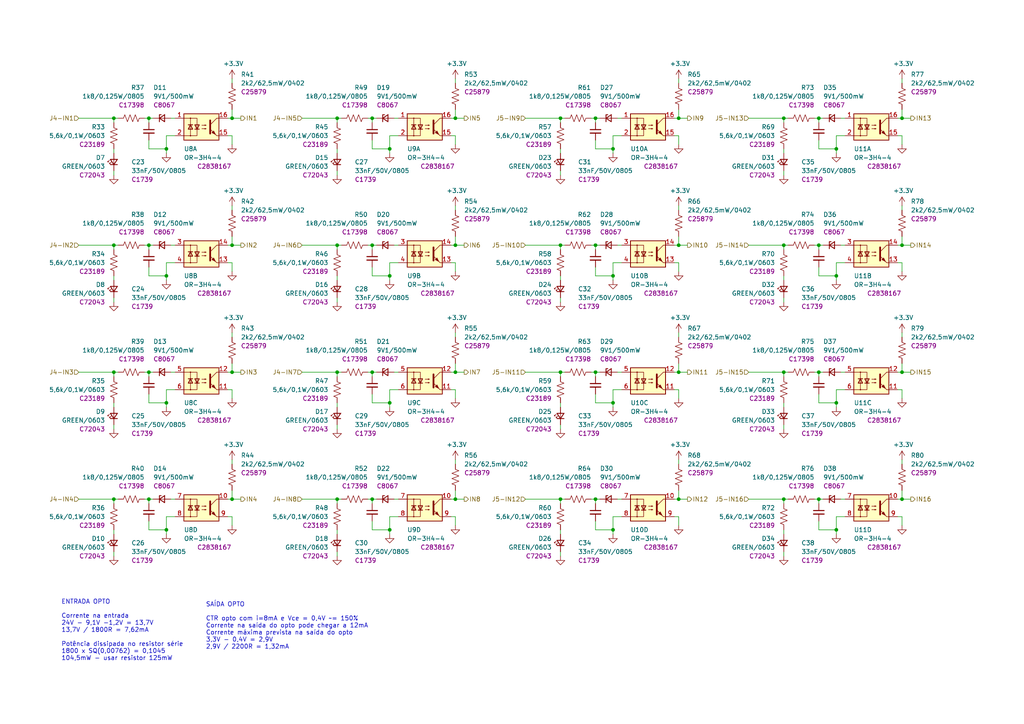
<source format=kicad_sch>
(kicad_sch (version 20230121) (generator eeschema)
  (paper "A4")
  (title_block (title "ESP 16x 24VDC Input 16x 24VDC Output Module") (date "2023-05-05") (rev "V2"))
  (junction (at 113.03 43.18))
  (junction (at 177.8 153.67))
  (junction (at 227.33 144.78))
  (junction (at 237.49 34.29))
  (junction (at 132.08 34.29))
  (junction (at 196.85 144.78))
  (junction (at 97.79 107.95))
  (junction (at 48.26 43.18))
  (junction (at 172.72 71.12))
  (junction (at 97.79 71.12))
  (junction (at 113.03 153.67))
  (junction (at 237.49 71.12))
  (junction (at 107.95 144.78))
  (junction (at 162.56 71.12))
  (junction (at 43.18 71.12))
  (junction (at 33.02 144.78))
  (junction (at 107.95 34.29))
  (junction (at 227.33 107.95))
  (junction (at 48.26 153.67))
  (junction (at 237.49 107.95))
  (junction (at 162.56 107.95))
  (junction (at 97.79 34.29))
  (junction (at 162.56 144.78))
  (junction (at 172.72 107.95))
  (junction (at 132.08 107.95))
  (junction (at 242.57 80.01))
  (junction (at 261.62 144.78))
  (junction (at 67.31 71.12))
  (junction (at 48.26 116.84))
  (junction (at 227.33 34.29))
  (junction (at 33.02 34.29))
  (junction (at 261.62 34.29))
  (junction (at 97.79 144.78))
  (junction (at 67.31 144.78))
  (junction (at 107.95 71.12))
  (junction (at 132.08 71.12))
  (junction (at 237.49 144.78))
  (junction (at 196.85 34.29))
  (junction (at 172.72 34.29))
  (junction (at 196.85 71.12))
  (junction (at 113.03 116.84))
  (junction (at 67.31 107.95))
  (junction (at 48.26 80.01))
  (junction (at 242.57 153.67))
  (junction (at 242.57 116.84))
  (junction (at 43.18 34.29))
  (junction (at 227.33 71.12))
  (junction (at 132.08 144.78))
  (junction (at 172.72 144.78))
  (junction (at 242.57 43.18))
  (junction (at 177.8 80.01))
  (junction (at 177.8 43.18))
  (junction (at 162.56 34.29))
  (junction (at 33.02 107.95))
  (junction (at 196.85 107.95))
  (junction (at 107.95 107.95))
  (junction (at 33.02 71.12))
  (junction (at 261.62 107.95))
  (junction (at 67.31 34.29))
  (junction (at 43.18 107.95))
  (junction (at 43.18 144.78))
  (junction (at 177.8 116.84))
  (junction (at 261.62 71.12))
  (junction (at 113.03 80.01))
  (wire (pts (xy 245.11 76.2) (xy 242.57 76.2)))
  (wire (pts (xy 107.95 151.13) (xy 107.95 153.67)))
  (wire (pts (xy 22.86 144.78) (xy 33.02 144.78)))
  (wire (pts (xy 130.81 34.29) (xy 132.08 34.29)))
  (wire (pts (xy 22.86 107.95) (xy 33.02 107.95)))
  (wire (pts (xy 196.85 22.86) (xy 196.85 24.13)))
  (wire (pts (xy 43.18 77.47) (xy 43.18 80.01)))
  (wire (pts (xy 227.33 160.02) (xy 227.33 161.29)))
  (wire (pts (xy 33.02 86.36) (xy 33.02 87.63)))
  (wire (pts (xy 67.31 39.37) (xy 67.31 41.91)))
  (wire (pts (xy 97.79 116.84) (xy 97.79 118.11)))
  (wire (pts (xy 177.8 153.67) (xy 177.8 154.94)))
  (wire (pts (xy 242.57 39.37) (xy 242.57 43.18)))
  (wire (pts (xy 172.72 107.95) (xy 173.99 107.95)))
  (wire (pts (xy 33.02 34.29) (xy 33.02 35.56)))
  (wire (pts (xy 196.85 59.69) (xy 196.85 60.96)))
  (wire (pts (xy 50.8 149.86) (xy 48.26 149.86)))
  (wire (pts (xy 227.33 34.29) (xy 227.33 35.56)))
  (wire (pts (xy 196.85 149.86) (xy 196.85 152.4)))
  (wire (pts (xy 217.17 34.29) (xy 227.33 34.29)))
  (wire (pts (xy 132.08 76.2) (xy 132.08 78.74)))
  (wire (pts (xy 162.56 80.01) (xy 162.56 81.28)))
  (wire (pts (xy 242.57 76.2) (xy 242.57 80.01)))
  (wire (pts (xy 114.3 71.12) (xy 115.57 71.12)))
  (wire (pts (xy 48.26 113.03) (xy 48.26 116.84)))
  (wire (pts (xy 242.57 116.84) (xy 242.57 118.11)))
  (wire (pts (xy 243.84 144.78) (xy 245.11 144.78)))
  (wire (pts (xy 162.56 153.67) (xy 162.56 154.94)))
  (wire (pts (xy 162.56 71.12) (xy 162.56 72.39)))
  (wire (pts (xy 237.49 80.01) (xy 242.57 80.01)))
  (wire (pts (xy 22.86 34.29) (xy 33.02 34.29)))
  (wire (pts (xy 242.57 43.18) (xy 242.57 44.45)))
  (wire (pts (xy 130.81 144.78) (xy 132.08 144.78)))
  (wire (pts (xy 195.58 34.29) (xy 196.85 34.29)))
  (wire (pts (xy 260.35 107.95) (xy 261.62 107.95)))
  (wire (pts (xy 97.79 144.78) (xy 99.06 144.78)))
  (wire (pts (xy 179.07 71.12) (xy 180.34 71.12)))
  (wire (pts (xy 43.18 151.13) (xy 43.18 153.67)))
  (wire (pts (xy 152.4 71.12) (xy 162.56 71.12)))
  (wire (pts (xy 243.84 34.29) (xy 245.11 34.29)))
  (wire (pts (xy 107.95 146.05) (xy 107.95 144.78)))
  (wire (pts (xy 180.34 149.86) (xy 177.8 149.86)))
  (wire (pts (xy 217.17 71.12) (xy 227.33 71.12)))
  (wire (pts (xy 227.33 123.19) (xy 227.33 124.46)))
  (wire (pts (xy 87.63 144.78) (xy 97.79 144.78)))
  (wire (pts (xy 172.72 146.05) (xy 172.72 144.78)))
  (wire (pts (xy 43.18 107.95) (xy 44.45 107.95)))
  (wire (pts (xy 195.58 39.37) (xy 196.85 39.37)))
  (wire (pts (xy 196.85 142.24) (xy 196.85 144.78)))
  (wire (pts (xy 227.33 49.53) (xy 227.33 50.8)))
  (wire (pts (xy 33.02 144.78) (xy 33.02 146.05)))
  (wire (pts (xy 237.49 114.3) (xy 237.49 116.84)))
  (wire (pts (xy 107.95 71.12) (xy 109.22 71.12)))
  (wire (pts (xy 195.58 107.95) (xy 196.85 107.95)))
  (wire (pts (xy 97.79 86.36) (xy 97.79 87.63)))
  (wire (pts (xy 245.11 113.03) (xy 242.57 113.03)))
  (wire (pts (xy 261.62 59.69) (xy 261.62 60.96)))
  (wire (pts (xy 237.49 109.22) (xy 237.49 107.95)))
  (wire (pts (xy 261.62 149.86) (xy 261.62 152.4)))
  (wire (pts (xy 237.49 72.39) (xy 237.49 71.12)))
  (wire (pts (xy 87.63 34.29) (xy 97.79 34.29)))
  (wire (pts (xy 227.33 144.78) (xy 228.6 144.78)))
  (wire (pts (xy 162.56 144.78) (xy 162.56 146.05)))
  (wire (pts (xy 130.81 107.95) (xy 132.08 107.95)))
  (wire (pts (xy 106.68 71.12) (xy 107.95 71.12)))
  (wire (pts (xy 41.91 34.29) (xy 43.18 34.29)))
  (wire (pts (xy 152.4 34.29) (xy 162.56 34.29)))
  (wire (pts (xy 237.49 107.95) (xy 238.76 107.95)))
  (wire (pts (xy 195.58 149.86) (xy 196.85 149.86)))
  (wire (pts (xy 106.68 107.95) (xy 107.95 107.95)))
  (wire (pts (xy 162.56 34.29) (xy 162.56 35.56)))
  (wire (pts (xy 260.35 76.2) (xy 261.62 76.2)))
  (wire (pts (xy 43.18 72.39) (xy 43.18 71.12)))
  (wire (pts (xy 132.08 22.86) (xy 132.08 24.13)))
  (wire (pts (xy 43.18 146.05) (xy 43.18 144.78)))
  (wire (pts (xy 43.18 114.3) (xy 43.18 116.84)))
  (wire (pts (xy 261.62 107.95) (xy 264.16 107.95)))
  (wire (pts (xy 171.45 34.29) (xy 172.72 34.29)))
  (wire (pts (xy 66.04 113.03) (xy 67.31 113.03)))
  (wire (pts (xy 48.26 116.84) (xy 48.26 118.11)))
  (wire (pts (xy 172.72 71.12) (xy 173.99 71.12)))
  (wire (pts (xy 132.08 142.24) (xy 132.08 144.78)))
  (wire (pts (xy 107.95 109.22) (xy 107.95 107.95)))
  (wire (pts (xy 180.34 39.37) (xy 177.8 39.37)))
  (wire (pts (xy 162.56 123.19) (xy 162.56 124.46)))
  (wire (pts (xy 172.72 109.22) (xy 172.72 107.95)))
  (wire (pts (xy 177.8 113.03) (xy 177.8 116.84)))
  (wire (pts (xy 196.85 133.35) (xy 196.85 134.62)))
  (wire (pts (xy 97.79 34.29) (xy 99.06 34.29)))
  (wire (pts (xy 33.02 107.95) (xy 34.29 107.95)))
  (wire (pts (xy 33.02 107.95) (xy 33.02 109.22)))
  (wire (pts (xy 132.08 39.37) (xy 132.08 41.91)))
  (wire (pts (xy 172.72 35.56) (xy 172.72 34.29)))
  (wire (pts (xy 196.85 71.12) (xy 199.39 71.12)))
  (wire (pts (xy 67.31 76.2) (xy 67.31 78.74)))
  (wire (pts (xy 243.84 107.95) (xy 245.11 107.95)))
  (wire (pts (xy 41.91 71.12) (xy 43.18 71.12)))
  (wire (pts (xy 132.08 59.69) (xy 132.08 60.96)))
  (wire (pts (xy 179.07 107.95) (xy 180.34 107.95)))
  (wire (pts (xy 67.31 71.12) (xy 69.85 71.12)))
  (wire (pts (xy 67.31 31.75) (xy 67.31 34.29)))
  (wire (pts (xy 227.33 86.36) (xy 227.33 87.63)))
  (wire (pts (xy 67.31 96.52) (xy 67.31 97.79)))
  (wire (pts (xy 237.49 116.84) (xy 242.57 116.84)))
  (wire (pts (xy 217.17 107.95) (xy 227.33 107.95)))
  (wire (pts (xy 43.18 34.29) (xy 44.45 34.29)))
  (wire (pts (xy 115.57 39.37) (xy 113.03 39.37)))
  (wire (pts (xy 113.03 113.03) (xy 113.03 116.84)))
  (wire (pts (xy 107.95 153.67) (xy 113.03 153.67)))
  (wire (pts (xy 162.56 34.29) (xy 163.83 34.29)))
  (wire (pts (xy 48.26 153.67) (xy 48.26 154.94)))
  (wire (pts (xy 33.02 116.84) (xy 33.02 118.11)))
  (wire (pts (xy 162.56 86.36) (xy 162.56 87.63)))
  (wire (pts (xy 107.95 144.78) (xy 109.22 144.78)))
  (wire (pts (xy 33.02 123.19) (xy 33.02 124.46)))
  (wire (pts (xy 172.72 77.47) (xy 172.72 80.01)))
  (wire (pts (xy 171.45 107.95) (xy 172.72 107.95)))
  (wire (pts (xy 132.08 133.35) (xy 132.08 134.62)))
  (wire (pts (xy 48.26 76.2) (xy 48.26 80.01)))
  (wire (pts (xy 227.33 34.29) (xy 228.6 34.29)))
  (wire (pts (xy 113.03 39.37) (xy 113.03 43.18)))
  (wire (pts (xy 113.03 80.01) (xy 113.03 81.28)))
  (wire (pts (xy 43.18 35.56) (xy 43.18 34.29)))
  (wire (pts (xy 114.3 107.95) (xy 115.57 107.95)))
  (wire (pts (xy 180.34 113.03) (xy 177.8 113.03)))
  (wire (pts (xy 33.02 43.18) (xy 33.02 44.45)))
  (wire (pts (xy 49.53 107.95) (xy 50.8 107.95)))
  (wire (pts (xy 171.45 71.12) (xy 172.72 71.12)))
  (wire (pts (xy 236.22 144.78) (xy 237.49 144.78)))
  (wire (pts (xy 41.91 144.78) (xy 43.18 144.78)))
  (wire (pts (xy 177.8 116.84) (xy 177.8 118.11)))
  (wire (pts (xy 33.02 49.53) (xy 33.02 50.8)))
  (wire (pts (xy 43.18 40.64) (xy 43.18 43.18)))
  (wire (pts (xy 33.02 80.01) (xy 33.02 81.28)))
  (wire (pts (xy 43.18 71.12) (xy 44.45 71.12)))
  (wire (pts (xy 43.18 43.18) (xy 48.26 43.18)))
  (wire (pts (xy 43.18 144.78) (xy 44.45 144.78)))
  (wire (pts (xy 237.49 40.64) (xy 237.49 43.18)))
  (wire (pts (xy 196.85 113.03) (xy 196.85 115.57)))
  (wire (pts (xy 177.8 39.37) (xy 177.8 43.18)))
  (wire (pts (xy 106.68 144.78) (xy 107.95 144.78)))
  (wire (pts (xy 132.08 31.75) (xy 132.08 34.29)))
  (wire (pts (xy 97.79 123.19) (xy 97.79 124.46)))
  (wire (pts (xy 236.22 71.12) (xy 237.49 71.12)))
  (wire (pts (xy 162.56 43.18) (xy 162.56 44.45)))
  (wire (pts (xy 114.3 144.78) (xy 115.57 144.78)))
  (wire (pts (xy 227.33 144.78) (xy 227.33 146.05)))
  (wire (pts (xy 237.49 153.67) (xy 242.57 153.67)))
  (wire (pts (xy 132.08 144.78) (xy 134.62 144.78)))
  (wire (pts (xy 66.04 144.78) (xy 67.31 144.78)))
  (wire (pts (xy 242.57 113.03) (xy 242.57 116.84)))
  (wire (pts (xy 237.49 43.18) (xy 242.57 43.18)))
  (wire (pts (xy 171.45 144.78) (xy 172.72 144.78)))
  (wire (pts (xy 227.33 80.01) (xy 227.33 81.28)))
  (wire (pts (xy 107.95 80.01) (xy 113.03 80.01)))
  (wire (pts (xy 130.81 113.03) (xy 132.08 113.03)))
  (wire (pts (xy 48.26 80.01) (xy 48.26 81.28)))
  (wire (pts (xy 227.33 43.18) (xy 227.33 44.45)))
  (wire (pts (xy 196.85 34.29) (xy 199.39 34.29)))
  (wire (pts (xy 97.79 80.01) (xy 97.79 81.28)))
  (wire (pts (xy 115.57 113.03) (xy 113.03 113.03)))
  (wire (pts (xy 227.33 71.12) (xy 228.6 71.12)))
  (wire (pts (xy 50.8 39.37) (xy 48.26 39.37)))
  (wire (pts (xy 261.62 68.58) (xy 261.62 71.12)))
  (wire (pts (xy 33.02 160.02) (xy 33.02 161.29)))
  (wire (pts (xy 162.56 116.84) (xy 162.56 118.11)))
  (wire (pts (xy 217.17 144.78) (xy 227.33 144.78)))
  (wire (pts (xy 162.56 49.53) (xy 162.56 50.8)))
  (wire (pts (xy 261.62 31.75) (xy 261.62 34.29)))
  (wire (pts (xy 172.72 153.67) (xy 177.8 153.67)))
  (wire (pts (xy 132.08 71.12) (xy 134.62 71.12)))
  (wire (pts (xy 237.49 146.05) (xy 237.49 144.78)))
  (wire (pts (xy 236.22 34.29) (xy 237.49 34.29)))
  (wire (pts (xy 113.03 76.2) (xy 113.03 80.01)))
  (wire (pts (xy 66.04 76.2) (xy 67.31 76.2)))
  (wire (pts (xy 113.03 116.84) (xy 113.03 118.11)))
  (wire (pts (xy 179.07 34.29) (xy 180.34 34.29)))
  (wire (pts (xy 97.79 34.29) (xy 97.79 35.56)))
  (wire (pts (xy 33.02 144.78) (xy 34.29 144.78)))
  (wire (pts (xy 43.18 153.67) (xy 48.26 153.67)))
  (wire (pts (xy 50.8 113.03) (xy 48.26 113.03)))
  (wire (pts (xy 237.49 35.56) (xy 237.49 34.29)))
  (wire (pts (xy 67.31 34.29) (xy 69.85 34.29)))
  (wire (pts (xy 236.22 107.95) (xy 237.49 107.95)))
  (wire (pts (xy 67.31 133.35) (xy 67.31 134.62)))
  (wire (pts (xy 177.8 80.01) (xy 177.8 81.28)))
  (wire (pts (xy 107.95 35.56) (xy 107.95 34.29)))
  (wire (pts (xy 172.72 114.3) (xy 172.72 116.84)))
  (wire (pts (xy 227.33 116.84) (xy 227.33 118.11)))
  (wire (pts (xy 172.72 80.01) (xy 177.8 80.01)))
  (wire (pts (xy 67.31 68.58) (xy 67.31 71.12)))
  (wire (pts (xy 87.63 71.12) (xy 97.79 71.12)))
  (wire (pts (xy 67.31 59.69) (xy 67.31 60.96)))
  (wire (pts (xy 261.62 96.52) (xy 261.62 97.79)))
  (wire (pts (xy 97.79 160.02) (xy 97.79 161.29)))
  (wire (pts (xy 66.04 107.95) (xy 67.31 107.95)))
  (wire (pts (xy 237.49 151.13) (xy 237.49 153.67)))
  (wire (pts (xy 97.79 71.12) (xy 97.79 72.39)))
  (wire (pts (xy 67.31 113.03) (xy 67.31 115.57)))
  (wire (pts (xy 107.95 40.64) (xy 107.95 43.18)))
  (wire (pts (xy 107.95 34.29) (xy 109.22 34.29)))
  (wire (pts (xy 152.4 144.78) (xy 162.56 144.78)))
  (wire (pts (xy 242.57 80.01) (xy 242.57 81.28)))
  (wire (pts (xy 227.33 107.95) (xy 227.33 109.22)))
  (wire (pts (xy 50.8 76.2) (xy 48.26 76.2)))
  (wire (pts (xy 261.62 22.86) (xy 261.62 24.13)))
  (wire (pts (xy 33.02 153.67) (xy 33.02 154.94)))
  (wire (pts (xy 33.02 71.12) (xy 33.02 72.39)))
  (wire (pts (xy 227.33 71.12) (xy 227.33 72.39)))
  (wire (pts (xy 107.95 116.84) (xy 113.03 116.84)))
  (wire (pts (xy 196.85 68.58) (xy 196.85 71.12)))
  (wire (pts (xy 261.62 105.41) (xy 261.62 107.95)))
  (wire (pts (xy 260.35 39.37) (xy 261.62 39.37)))
  (wire (pts (xy 162.56 144.78) (xy 163.83 144.78)))
  (wire (pts (xy 41.91 107.95) (xy 43.18 107.95)))
  (wire (pts (xy 242.57 153.67) (xy 242.57 154.94)))
  (wire (pts (xy 22.86 71.12) (xy 33.02 71.12)))
  (wire (pts (xy 97.79 43.18) (xy 97.79 44.45)))
  (wire (pts (xy 132.08 113.03) (xy 132.08 115.57)))
  (wire (pts (xy 177.8 149.86) (xy 177.8 153.67)))
  (wire (pts (xy 130.81 71.12) (xy 132.08 71.12)))
  (wire (pts (xy 107.95 114.3) (xy 107.95 116.84)))
  (wire (pts (xy 261.62 144.78) (xy 264.16 144.78)))
  (wire (pts (xy 66.04 39.37) (xy 67.31 39.37)))
  (wire (pts (xy 130.81 149.86) (xy 132.08 149.86)))
  (wire (pts (xy 261.62 142.24) (xy 261.62 144.78)))
  (wire (pts (xy 196.85 39.37) (xy 196.85 41.91)))
  (wire (pts (xy 49.53 34.29) (xy 50.8 34.29)))
  (wire (pts (xy 107.95 107.95) (xy 109.22 107.95)))
  (wire (pts (xy 97.79 107.95) (xy 97.79 109.22)))
  (wire (pts (xy 132.08 96.52) (xy 132.08 97.79)))
  (wire (pts (xy 195.58 144.78) (xy 196.85 144.78)))
  (wire (pts (xy 130.81 76.2) (xy 132.08 76.2)))
  (wire (pts (xy 260.35 113.03) (xy 261.62 113.03)))
  (wire (pts (xy 162.56 107.95) (xy 163.83 107.95)))
  (wire (pts (xy 113.03 43.18) (xy 113.03 44.45)))
  (wire (pts (xy 261.62 113.03) (xy 261.62 115.57)))
  (wire (pts (xy 67.31 105.41) (xy 67.31 107.95)))
  (wire (pts (xy 67.31 144.78) (xy 69.85 144.78)))
  (wire (pts (xy 132.08 34.29) (xy 134.62 34.29)))
  (wire (pts (xy 172.72 151.13) (xy 172.72 153.67)))
  (wire (pts (xy 172.72 144.78) (xy 173.99 144.78)))
  (wire (pts (xy 260.35 149.86) (xy 261.62 149.86)))
  (wire (pts (xy 196.85 107.95) (xy 199.39 107.95)))
  (wire (pts (xy 162.56 160.02) (xy 162.56 161.29)))
  (wire (pts (xy 97.79 71.12) (xy 99.06 71.12)))
  (wire (pts (xy 227.33 107.95) (xy 228.6 107.95)))
  (wire (pts (xy 48.26 39.37) (xy 48.26 43.18)))
  (wire (pts (xy 261.62 71.12) (xy 264.16 71.12)))
  (wire (pts (xy 66.04 71.12) (xy 67.31 71.12)))
  (wire (pts (xy 243.84 71.12) (xy 245.11 71.12)))
  (wire (pts (xy 162.56 107.95) (xy 162.56 109.22)))
  (wire (pts (xy 67.31 107.95) (xy 69.85 107.95)))
  (wire (pts (xy 195.58 113.03) (xy 196.85 113.03)))
  (wire (pts (xy 67.31 142.24) (xy 67.31 144.78)))
  (wire (pts (xy 130.81 39.37) (xy 132.08 39.37)))
  (wire (pts (xy 162.56 71.12) (xy 163.83 71.12)))
  (wire (pts (xy 107.95 72.39) (xy 107.95 71.12)))
  (wire (pts (xy 260.35 34.29) (xy 261.62 34.29)))
  (wire (pts (xy 261.62 39.37) (xy 261.62 41.91)))
  (wire (pts (xy 115.57 149.86) (xy 113.03 149.86)))
  (wire (pts (xy 261.62 34.29) (xy 264.16 34.29)))
  (wire (pts (xy 97.79 153.67) (xy 97.79 154.94)))
  (wire (pts (xy 113.03 153.67) (xy 113.03 154.94)))
  (wire (pts (xy 180.34 76.2) (xy 177.8 76.2)))
  (wire (pts (xy 33.02 34.29) (xy 34.29 34.29)))
  (wire (pts (xy 132.08 68.58) (xy 132.08 71.12)))
  (wire (pts (xy 107.95 77.47) (xy 107.95 80.01)))
  (wire (pts (xy 97.79 49.53) (xy 97.79 50.8)))
  (wire (pts (xy 49.53 71.12) (xy 50.8 71.12)))
  (wire (pts (xy 261.62 133.35) (xy 261.62 134.62)))
  (wire (pts (xy 106.68 34.29) (xy 107.95 34.29)))
  (wire (pts (xy 43.18 116.84) (xy 48.26 116.84)))
  (wire (pts (xy 33.02 71.12) (xy 34.29 71.12)))
  (wire (pts (xy 196.85 96.52) (xy 196.85 97.79)))
  (wire (pts (xy 172.72 40.64) (xy 172.72 43.18)))
  (wire (pts (xy 237.49 34.29) (xy 238.76 34.29)))
  (wire (pts (xy 177.8 76.2) (xy 177.8 80.01)))
  (wire (pts (xy 237.49 144.78) (xy 238.76 144.78)))
  (wire (pts (xy 66.04 149.86) (xy 67.31 149.86)))
  (wire (pts (xy 242.57 149.86) (xy 242.57 153.67)))
  (wire (pts (xy 152.4 107.95) (xy 162.56 107.95)))
  (wire (pts (xy 172.72 72.39) (xy 172.72 71.12)))
  (wire (pts (xy 195.58 76.2) (xy 196.85 76.2)))
  (wire (pts (xy 48.26 43.18) (xy 48.26 44.45)))
  (wire (pts (xy 237.49 71.12) (xy 238.76 71.12)))
  (wire (pts (xy 195.58 71.12) (xy 196.85 71.12)))
  (wire (pts (xy 172.72 116.84) (xy 177.8 116.84)))
  (wire (pts (xy 115.57 76.2) (xy 113.03 76.2)))
  (wire (pts (xy 107.95 43.18) (xy 113.03 43.18)))
  (wire (pts (xy 97.79 107.95) (xy 99.06 107.95)))
  (wire (pts (xy 261.62 76.2) (xy 261.62 78.74)))
  (wire (pts (xy 113.03 149.86) (xy 113.03 153.67)))
  (wire (pts (xy 196.85 31.75) (xy 196.85 34.29)))
  (wire (pts (xy 67.31 149.86) (xy 67.31 152.4)))
  (wire (pts (xy 97.79 144.78) (xy 97.79 146.05)))
  (wire (pts (xy 245.11 39.37) (xy 242.57 39.37)))
  (wire (pts (xy 196.85 105.41) (xy 196.85 107.95)))
  (wire (pts (xy 177.8 43.18) (xy 177.8 44.45)))
  (wire (pts (xy 196.85 76.2) (xy 196.85 78.74)))
  (wire (pts (xy 132.08 149.86) (xy 132.08 152.4)))
  (wire (pts (xy 43.18 80.01) (xy 48.26 80.01)))
  (wire (pts (xy 49.53 144.78) (xy 50.8 144.78)))
  (wire (pts (xy 132.08 105.41) (xy 132.08 107.95)))
  (wire (pts (xy 172.72 43.18) (xy 177.8 43.18)))
  (wire (pts (xy 237.49 77.47) (xy 237.49 80.01)))
  (wire (pts (xy 196.85 144.78) (xy 199.39 144.78)))
  (wire (pts (xy 227.33 153.67) (xy 227.33 154.94)))
  (wire (pts (xy 179.07 144.78) (xy 180.34 144.78)))
  (wire (pts (xy 245.11 149.86) (xy 242.57 149.86)))
  (wire (pts (xy 67.31 22.86) (xy 67.31 24.13)))
  (wire (pts (xy 43.18 109.22) (xy 43.18 107.95)))
  (wire (pts (xy 132.08 107.95) (xy 134.62 107.95)))
  (wire (pts (xy 260.35 144.78) (xy 261.62 144.78)))
  (wire (pts (xy 87.63 107.95) (xy 97.79 107.95)))
  (wire (pts (xy 114.3 34.29) (xy 115.57 34.29)))
  (wire (pts (xy 172.72 34.29) (xy 173.99 34.29)))
  (wire (pts (xy 66.04 34.29) (xy 67.31 34.29)))
  (wire (pts (xy 260.35 71.12) (xy 261.62 71.12)))
  (wire (pts (xy 48.26 149.86) (xy 48.26 153.67)))
  (text "ENTRADA OPTO\n\nCorrente na entrada\n24V - 9,1V -1,2V = 13,7V\n13,7V / 1800R = 7,62mA\n\nPotência dissipada no resistor série\n1800 x SQ(0,00762) = 0,1045\n104,5mW - usar resistor 125mW" (at 17.78 191.77 0) (effects (font (size 1.27 1.27)) (justify left bottom)))
  (text "SAÍDA OPTO\n\nCTR opto com i=8mA e Vce = 0,4V ~= 150%\nCorrente na saída do opto pode chegar a 12mA\nCorrente máxima prevista na saída do opto\n3,3V - 0,4V = 2,9V\n2,9V / 2200R = 1,32mA\n\n" (at 59.69 190.5 0) (effects (font (size 1.27 1.27)) (justify left bottom)))
  (hierarchical_label "IN10" (shape output) (at 199.39 71.12 0))
  (hierarchical_label "IN6" (shape output) (at 134.62 71.12 0))
  (hierarchical_label "IN9" (shape output) (at 199.39 34.29 0))
  (hierarchical_label "IN11" (shape output) (at 199.39 107.95 0))
  (hierarchical_label "J4-IN8" (shape input) (at 87.63 144.78 180))
  (hierarchical_label "IN3" (shape output) (at 69.85 107.95 0))
  (hierarchical_label "J4-IN2" (shape input) (at 22.86 71.12 180))
  (hierarchical_label "IN4" (shape output) (at 69.85 144.78 0))
  (hierarchical_label "IN1" (shape output) (at 69.85 34.29 0))
  (hierarchical_label "IN16" (shape output) (at 264.16 144.78 0))
  (hierarchical_label "IN15" (shape output) (at 264.16 107.95 0))
  (hierarchical_label "J4-IN6" (shape input) (at 87.63 71.12 180))
  (hierarchical_label "J4-IN4" (shape input) (at 22.86 144.78 180))
  (hierarchical_label "J5-IN13" (shape input) (at 217.17 34.29 180))
  (hierarchical_label "IN14" (shape output) (at 264.16 71.12 0))
  (hierarchical_label "J5-IN15" (shape input) (at 217.17 107.95 180))
  (hierarchical_label "J4-IN5" (shape input) (at 87.63 34.29 180))
  (hierarchical_label "IN13" (shape output) (at 264.16 34.29 0))
  (hierarchical_label "IN7" (shape output) (at 134.62 107.95 0))
  (hierarchical_label "IN2" (shape output) (at 69.85 71.12 0))
  (hierarchical_label "J5-IN16" (shape input) (at 217.17 144.78 180))
  (hierarchical_label "J5-IN9" (shape input) (at 152.4 34.29 180))
  (hierarchical_label "J5-IN10" (shape input) (at 152.4 71.12 180))
  (hierarchical_label "IN12" (shape output) (at 199.39 144.78 0))
  (hierarchical_label "IN8" (shape output) (at 134.62 144.78 0))
  (hierarchical_label "J5-IN11" (shape input) (at 152.4 107.95 180))
  (hierarchical_label "J4-IN3" (shape input) (at 22.86 107.95 180))
  (hierarchical_label "J4-IN7" (shape input) (at 87.63 107.95 180))
  (hierarchical_label "J4-IN1" (shape input) (at 22.86 34.29 180))
  (hierarchical_label "J5-IN14" (shape input) (at 217.17 71.12 180))
  (hierarchical_label "J5-IN12" (shape input) (at 152.4 144.78 180))
  (hierarchical_label "IN5" (shape output) (at 134.62 34.29 0))
  (symbol (lib_id "Tales:OR-3H4-4") (at 252.73 73.66 0) (unit 2)
    (property "Reference" "U11" (at 247.65 80.01 0) (effects (justify left)))
    (property "Value" "OR-3H4-4" (at 247.65 82.55 0) (effects (justify left)))
    (property "Footprint" "Package_SO:SOP-16_4.4x10.4mm_P1.27mm" (effects hide))
    (property "JLCPCB BOM" "1" (effects hide))
    (property "LCSC Part #" "C2838167" (at 251.46 85.09 0) (effects (justify left)))
    (property "Mfr PN" "OR-3H4-4GB-TA1-GK" (effects hide))
    (property "Vendor PN" "C2838167" (effects hide))
    (property "Case" "SOP-16-4.4" (effects hide))
    (property "Mfr" "Orient" (effects hide))
    (property "Vendor" "JLCPCB" (effects hide))
  )
  (symbol (lib_id "power:GND") (at 261.62 41.91 0) (unit 1)
    (property "Reference" "#PWR0130" (effects hide))
    (property "Value" "GNDREF" (effects hide))
  )
  (symbol (lib_id "Device:R_US") (at 227.33 76.2 0) (unit 1)
    (property "Reference" "R70" (at 224.79 73.66 0) (effects (justify right)))
    (property "Value" "5,6k/0,1W/0603" (at 224.79 76.2 0) (effects (justify right)))
    (property "Footprint" "Tales:R_0603_1608Metric" (effects hide))
    (property "Case" "0603/1608" (effects hide))
    (property "Mfr" "Uniroyal" (effects hide))
    (property "Mfr PN" "0603WAF5601T5E" (effects hide))
    (property "Vendor" "JLCPCB" (effects hide))
    (property "Vendor PN" "C23189" (effects hide))
    (property "LCSC Part #" "C23189" (at 224.79 78.74 0) (effects (justify right)))
    (property "JLCPCB BOM" "1" (effects hide))
  )
  (symbol (lib_id "power:GND") (at 48.26 44.45 0) (unit 1)
    (property "Reference" "#PWR077" (effects hide))
    (property "Value" "GNDREF" (effects hide))
  )
  (symbol (lib_id "Device:C_Small") (at 107.95 148.59 0) (unit 1)
    (property "Reference" "C30" (at 102.87 157.48 0) (effects (justify left)))
    (property "Value" "33nF/50V/0805" (at 102.87 160.02 0) (effects (justify left)))
    (property "Footprint" "Tales:C_0805_2012Metric" (effects hide))
    (property "Technology" "Ceramic" (effects hide))
    (property "Case" "0805/2012" (effects hide))
    (property "Mfr" "FH" (effects hide))
    (property "Mfr PN" "0805B333K500NT" (effects hide))
    (property "Vendor" "JLCPCB" (effects hide))
    (property "Vendor PN" "C1739" (effects hide))
    (property "LCSC Part #" "C1739" (at 102.87 162.56 0) (effects (justify left)))
    (property "JLCPCB BOM" "1" (effects hide))
  )
  (symbol (lib_id "Device:R_US") (at 167.64 34.29 270) (unit 1)
    (property "Reference" "R61" (at 171.45 25.4 90) (effects (justify right)))
    (property "Value" "1k8/0,125W/0805" (at 171.45 27.94 90) (effects (justify right)))
    (property "Footprint" "Tales:R_0805_2012Metric" (effects hide))
    (property "Case" "0805/2012" (effects hide))
    (property "Mfr" "Uniroyal" (effects hide))
    (property "Vendor" "JLCPCB" (effects hide))
    (property "Mfr PN" "0805W8F1801T5E" (effects hide))
    (property "Vendor PN" "C17398" (effects hide))
    (property "LCSC Part #" "C17398" (at 171.45 30.48 90) (effects (justify right)))
    (property "JLCPCB BOM" "1" (effects hide))
  )
  (symbol (lib_id "Device:LED_Small") (at 33.02 46.99 90) (unit 1)
    (property "Reference" "D7" (at 30.48 45.72 90) (effects (justify left)))
    (property "Value" "GREEN/0603" (at 30.48 48.26 90) (effects (justify left)))
    (property "Footprint" "Tales:LED_0603_1608Metric" (effects hide))
    (property "Case" "0603" (effects hide))
    (property "Mfr" "Everlight" (effects hide))
    (property "Mfr PN" "19-217/GHC-YR1S2/3T" (effects hide))
    (property "Vendor" "JLCPCB" (effects hide))
    (property "Vendor PN" "C72043" (effects hide))
    (property "LCSC Part #" "C72043" (at 30.48 50.8 90) (effects (justify left)))
    (property "JLCPCB BOM" "1" (effects hide))
  )
  (symbol (lib_id "Device:C_Small") (at 237.49 38.1 0) (unit 1)
    (property "Reference" "C35" (at 232.41 46.99 0) (effects (justify left)))
    (property "Value" "33nF/50V/0805" (at 232.41 49.53 0) (effects (justify left)))
    (property "Footprint" "Tales:C_0805_2012Metric" (effects hide))
    (property "Technology" "Ceramic" (effects hide))
    (property "Case" "0805/2012" (effects hide))
    (property "Mfr" "FH" (effects hide))
    (property "Mfr PN" "0805B333K500NT" (effects hide))
    (property "Vendor" "JLCPCB" (effects hide))
    (property "Vendor PN" "C1739" (effects hide))
    (property "LCSC Part #" "C1739" (at 232.41 52.07 0) (effects (justify left)))
    (property "JLCPCB BOM" "1" (effects hide))
  )
  (symbol (lib_id "power:GND") (at 48.26 81.28 0) (unit 1)
    (property "Reference" "#PWR078" (effects hide))
    (property "Value" "GNDREF" (effects hide))
  )
  (symbol (lib_id "Device:C_Small") (at 43.18 111.76 0) (unit 1)
    (property "Reference" "C25" (at 38.1 120.65 0) (effects (justify left)))
    (property "Value" "33nF/50V/0805" (at 38.1 123.19 0) (effects (justify left)))
    (property "Footprint" "Tales:C_0805_2012Metric" (effects hide))
    (property "Technology" "Ceramic" (effects hide))
    (property "Case" "0805/2012" (effects hide))
    (property "Mfr" "FH" (effects hide))
    (property "Mfr PN" "0805B333K500NT" (effects hide))
    (property "Vendor" "JLCPCB" (effects hide))
    (property "Vendor PN" "C1739" (effects hide))
    (property "LCSC Part #" "C1739" (at 38.1 125.73 0) (effects (justify left)))
    (property "JLCPCB BOM" "1" (effects hide))
  )
  (symbol (lib_id "Device:R_US") (at 97.79 113.03 0) (unit 1)
    (property "Reference" "R47" (at 95.25 110.49 0) (effects (justify right)))
    (property "Value" "5,6k/0,1W/0603" (at 95.25 113.03 0) (effects (justify right)))
    (property "Footprint" "Tales:R_0603_1608Metric" (effects hide))
    (property "Case" "0603/1608" (effects hide))
    (property "Mfr" "Uniroyal" (effects hide))
    (property "Mfr PN" "0603WAF5601T5E" (effects hide))
    (property "Vendor" "JLCPCB" (effects hide))
    (property "Vendor PN" "C23189" (effects hide))
    (property "LCSC Part #" "C23189" (at 95.25 115.57 0) (effects (justify right)))
    (property "JLCPCB BOM" "1" (effects hide))
  )
  (symbol (lib_id "power:GND") (at 132.08 41.91 0) (unit 1)
    (property "Reference" "#PWR098" (effects hide))
    (property "Value" "GNDREF" (effects hide))
  )
  (symbol (lib_id "Device:LED_Small") (at 162.56 120.65 90) (unit 1)
    (property "Reference" "D25" (at 160.02 119.38 90) (effects (justify left)))
    (property "Value" "GREEN/0603" (at 160.02 121.92 90) (effects (justify left)))
    (property "Footprint" "Tales:LED_0603_1608Metric" (effects hide))
    (property "Case" "0603" (effects hide))
    (property "Mfr" "Everlight" (effects hide))
    (property "Mfr PN" "19-217/GHC-YR1S2/3T" (effects hide))
    (property "Vendor" "JLCPCB" (effects hide))
    (property "Vendor PN" "C72043" (effects hide))
    (property "LCSC Part #" "C72043" (at 160.02 124.46 90) (effects (justify left)))
    (property "JLCPCB BOM" "1" (effects hide))
  )
  (symbol (lib_id "power:GND") (at 261.62 115.57 0) (unit 1)
    (property "Reference" "#PWR0134" (effects hide))
    (property "Value" "GNDREF" (effects hide))
  )
  (symbol (lib_id "Device:R_US") (at 67.31 27.94 0) (unit 1)
    (property "Reference" "R41" (at 69.85 21.59 0) (effects (justify left)))
    (property "Value" "2k2/62,5mW/0402" (at 69.85 24.13 0) (effects (justify left)))
    (property "Footprint" "Tales:R_0402_1005Metric" (effects hide))
    (property "Case" "0402/1005" (effects hide))
    (property "Mfr" "Uniroyal" (effects hide))
    (property "Vendor" "JLCPCB" (effects hide))
    (property "Mfr PN" "0402WGF2201TCE" (effects hide))
    (property "Vendor PN" "C25879" (effects hide))
    (property "LCSC Part #" "C25879" (at 69.85 26.67 0) (effects (justify left)))
    (property "JLCPCB BOM" "1" (effects hide))
  )
  (symbol (lib_id "Device:LED_Small") (at 97.79 83.82 90) (unit 1)
    (property "Reference" "D16" (at 95.25 82.55 90) (effects (justify left)))
    (property "Value" "GREEN/0603" (at 95.25 85.09 90) (effects (justify left)))
    (property "Footprint" "Tales:LED_0603_1608Metric" (effects hide))
    (property "Case" "0603" (effects hide))
    (property "Mfr" "Everlight" (effects hide))
    (property "Mfr PN" "19-217/GHC-YR1S2/3T" (effects hide))
    (property "Vendor" "JLCPCB" (effects hide))
    (property "Vendor PN" "C72043" (effects hide))
    (property "LCSC Part #" "C72043" (at 95.25 87.63 90) (effects (justify left)))
    (property "JLCPCB BOM" "1" (effects hide))
  )
  (symbol (lib_id "Device:C_Small") (at 237.49 148.59 0) (unit 1)
    (property "Reference" "C38" (at 232.41 157.48 0) (effects (justify left)))
    (property "Value" "33nF/50V/0805" (at 232.41 160.02 0) (effects (justify left)))
    (property "Footprint" "Tales:C_0805_2012Metric" (effects hide))
    (property "Technology" "Ceramic" (effects hide))
    (property "Case" "0805/2012" (effects hide))
    (property "Mfr" "FH" (effects hide))
    (property "Mfr PN" "0805B333K500NT" (effects hide))
    (property "Vendor" "JLCPCB" (effects hide))
    (property "Vendor PN" "C1739" (effects hide))
    (property "LCSC Part #" "C1739" (at 232.41 162.56 0) (effects (justify left)))
    (property "JLCPCB BOM" "1" (effects hide))
  )
  (symbol (lib_id "power:GND") (at 67.31 115.57 0) (unit 1)
    (property "Reference" "#PWR086" (effects hide))
    (property "Value" "GNDREF" (effects hide))
  )
  (symbol (lib_id "Device:R_US") (at 232.41 144.78 270) (unit 1)
    (property "Reference" "R76" (at 236.22 135.89 90) (effects (justify right)))
    (property "Value" "1k8/0,125W/0805" (at 236.22 138.43 90) (effects (justify right)))
    (property "Footprint" "Tales:R_0805_2012Metric" (effects hide))
    (property "Case" "0805/2012" (effects hide))
    (property "Mfr" "Uniroyal" (effects hide))
    (property "Vendor" "JLCPCB" (effects hide))
    (property "Mfr PN" "0805W8F1801T5E" (effects hide))
    (property "Vendor PN" "C17398" (effects hide))
    (property "LCSC Part #" "C17398" (at 236.22 140.97 90) (effects (justify right)))
    (property "JLCPCB BOM" "1" (effects hide))
  )
  (symbol (lib_id "power:GND") (at 177.8 44.45 0) (unit 1)
    (property "Reference" "#PWR0109" (effects hide))
    (property "Value" "GNDREF" (effects hide))
  )
  (symbol (lib_id "power:GND") (at 33.02 87.63 0) (unit 1)
    (property "Reference" "#PWR074" (effects hide))
    (property "Value" "GNDREF" (effects hide))
  )
  (symbol (lib_id "power:GND") (at 162.56 161.29 0) (unit 1)
    (property "Reference" "#PWR0108" (effects hide))
    (property "Value" "GNDREF" (effects hide))
  )
  (symbol (lib_id "Device:D_Zener_Small") (at 111.76 107.95 0) (unit 1)
    (property "Reference" "D21" (at 109.22 99.06 0) (effects (justify left)))
    (property "Value" "9V1/500mW" (at 109.22 101.6 0) (effects (justify left)))
    (property "Footprint" "Diode_SMD:D_MiniMELF" (effects hide))
    (property "Case" "Mini-MELF" (effects hide))
    (property "Mfr" "Semtech" (effects hide))
    (property "Mfr PN" "ZMM9V1-M" (effects hide))
    (property "Vendor" "JLCPCB" (effects hide))
    (property "Vendor PN" "C8067" (effects hide))
    (property "JLCPCB BOM" "1" (effects hide))
    (property "LCSC Part #" "C8067" (at 109.22 104.14 0) (effects (justify left)))
  )
  (symbol (lib_id "Device:R_US") (at 102.87 107.95 270) (unit 1)
    (property "Reference" "R51" (at 106.68 99.06 90) (effects (justify right)))
    (property "Value" "1k8/0,125W/0805" (at 106.68 101.6 90) (effects (justify right)))
    (property "Footprint" "Tales:R_0805_2012Metric" (effects hide))
    (property "Case" "0805/2012" (effects hide))
    (property "Mfr" "Uniroyal" (effects hide))
    (property "Vendor" "JLCPCB" (effects hide))
    (property "Mfr PN" "0805W8F1801T5E" (effects hide))
    (property "Vendor PN" "C17398" (effects hide))
    (property "LCSC Part #" "C17398" (at 106.68 104.14 90) (effects (justify right)))
    (property "JLCPCB BOM" "1" (effects hide))
  )
  (symbol (lib_id "power:GND") (at 177.8 81.28 0) (unit 1)
    (property "Reference" "#PWR0110" (effects hide))
    (property "Value" "GNDREF" (effects hide))
  )
  (symbol (lib_id "Device:R_US") (at 102.87 34.29 270) (unit 1)
    (property "Reference" "R49" (at 106.68 25.4 90) (effects (justify right)))
    (property "Value" "1k8/0,125W/0805" (at 106.68 27.94 90) (effects (justify right)))
    (property "Footprint" "Tales:R_0805_2012Metric" (effects hide))
    (property "Case" "0805/2012" (effects hide))
    (property "Mfr" "Uniroyal" (effects hide))
    (property "Vendor" "JLCPCB" (effects hide))
    (property "Mfr PN" "0805W8F1801T5E" (effects hide))
    (property "Vendor PN" "C17398" (effects hide))
    (property "LCSC Part #" "C17398" (at 106.68 30.48 90) (effects (justify right)))
    (property "JLCPCB BOM" "1" (effects hide))
  )
  (symbol (lib_id "Tales:+3.3V") (at 132.08 59.69 0) (unit 1)
    (property "Reference" "#PWR099" (effects hide))
    (property "Value" "+3.3V" (at 132.461 55.2958 0))
  )
  (symbol (lib_id "Tales:+3.3V") (at 196.85 133.35 0) (unit 1)
    (property "Reference" "#PWR0119" (effects hide))
    (property "Value" "+3.3V" (at 197.231 128.9558 0))
  )
  (symbol (lib_id "Device:R_US") (at 196.85 101.6 0) (unit 1)
    (property "Reference" "R67" (at 199.39 95.25 0) (effects (justify left)))
    (property "Value" "2k2/62,5mW/0402" (at 199.39 97.79 0) (effects (justify left)))
    (property "Footprint" "Tales:R_0402_1005Metric" (effects hide))
    (property "Case" "0402/1005" (effects hide))
    (property "Mfr" "Uniroyal" (effects hide))
    (property "Vendor" "JLCPCB" (effects hide))
    (property "Mfr PN" "0402WGF2201TCE" (effects hide))
    (property "Vendor PN" "C25879" (effects hide))
    (property "LCSC Part #" "C25879" (at 199.39 100.33 0) (effects (justify left)))
    (property "JLCPCB BOM" "1" (effects hide))
  )
  (symbol (lib_id "power:GND") (at 177.8 118.11 0) (unit 1)
    (property "Reference" "#PWR0111" (effects hide))
    (property "Value" "GNDREF" (effects hide))
  )
  (symbol (lib_id "power:GND") (at 227.33 124.46 0) (unit 1)
    (property "Reference" "#PWR0123" (effects hide))
    (property "Value" "GNDREF" (effects hide))
  )
  (symbol (lib_id "power:GND") (at 113.03 118.11 0) (unit 1)
    (property "Reference" "#PWR095" (effects hide))
    (property "Value" "GNDREF" (effects hide))
  )
  (symbol (lib_id "Device:R_US") (at 227.33 113.03 0) (unit 1)
    (property "Reference" "R71" (at 224.79 110.49 0) (effects (justify right)))
    (property "Value" "5,6k/0,1W/0603" (at 224.79 113.03 0) (effects (justify right)))
    (property "Footprint" "Tales:R_0603_1608Metric" (effects hide))
    (property "Case" "0603/1608" (effects hide))
    (property "Mfr" "Uniroyal" (effects hide))
    (property "Mfr PN" "0603WAF5601T5E" (effects hide))
    (property "Vendor" "JLCPCB" (effects hide))
    (property "Vendor PN" "C23189" (effects hide))
    (property "LCSC Part #" "C23189" (at 224.79 115.57 0) (effects (justify right)))
    (property "JLCPCB BOM" "1" (effects hide))
  )
  (symbol (lib_id "power:GND") (at 113.03 81.28 0) (unit 1)
    (property "Reference" "#PWR094" (effects hide))
    (property "Value" "GNDREF" (effects hide))
  )
  (symbol (lib_id "Device:C_Small") (at 43.18 38.1 0) (unit 1)
    (property "Reference" "C23" (at 38.1 46.99 0) (effects (justify left)))
    (property "Value" "33nF/50V/0805" (at 38.1 49.53 0) (effects (justify left)))
    (property "Footprint" "Tales:C_0805_2012Metric" (effects hide))
    (property "Technology" "Ceramic" (effects hide))
    (property "Case" "0805/2012" (effects hide))
    (property "Mfr" "FH" (effects hide))
    (property "Mfr PN" "0805B333K500NT" (effects hide))
    (property "Vendor" "JLCPCB" (effects hide))
    (property "Vendor PN" "C1739" (effects hide))
    (property "LCSC Part #" "C1739" (at 38.1 52.07 0) (effects (justify left)))
    (property "JLCPCB BOM" "1" (effects hide))
  )
  (symbol (lib_id "Device:LED_Small") (at 33.02 83.82 90) (unit 1)
    (property "Reference" "D8" (at 30.48 82.55 90) (effects (justify left)))
    (property "Value" "GREEN/0603" (at 30.48 85.09 90) (effects (justify left)))
    (property "Footprint" "Tales:LED_0603_1608Metric" (effects hide))
    (property "Case" "0603" (effects hide))
    (property "Mfr" "Everlight" (effects hide))
    (property "Mfr PN" "19-217/GHC-YR1S2/3T" (effects hide))
    (property "Vendor" "JLCPCB" (effects hide))
    (property "Vendor PN" "C72043" (effects hide))
    (property "LCSC Part #" "C72043" (at 30.48 87.63 90) (effects (justify left)))
    (property "JLCPCB BOM" "1" (effects hide))
  )
  (symbol (lib_id "power:GND") (at 196.85 41.91 0) (unit 1)
    (property "Reference" "#PWR0114" (effects hide))
    (property "Value" "GNDREF" (effects hide))
  )
  (symbol (lib_id "Device:R_US") (at 33.02 39.37 0) (unit 1)
    (property "Reference" "R33" (at 30.48 36.83 0) (effects (justify right)))
    (property "Value" "5,6k/0,1W/0603" (at 30.48 39.37 0) (effects (justify right)))
    (property "Footprint" "Tales:R_0603_1608Metric" (effects hide))
    (property "Case" "0603/1608" (effects hide))
    (property "Mfr" "Uniroyal" (effects hide))
    (property "Mfr PN" "0603WAF5601T5E" (effects hide))
    (property "Vendor" "JLCPCB" (effects hide))
    (property "Vendor PN" "C23189" (effects hide))
    (property "LCSC Part #" "C23189" (at 30.48 41.91 0) (effects (justify right)))
    (property "JLCPCB BOM" "1" (effects hide))
  )
  (symbol (lib_id "Device:R_US") (at 196.85 27.94 0) (unit 1)
    (property "Reference" "R65" (at 199.39 21.59 0) (effects (justify left)))
    (property "Value" "2k2/62,5mW/0402" (at 199.39 24.13 0) (effects (justify left)))
    (property "Footprint" "Tales:R_0402_1005Metric" (effects hide))
    (property "Case" "0402/1005" (effects hide))
    (property "Mfr" "Uniroyal" (effects hide))
    (property "Vendor" "JLCPCB" (effects hide))
    (property "Mfr PN" "0402WGF2201TCE" (effects hide))
    (property "Vendor PN" "C25879" (effects hide))
    (property "LCSC Part #" "C25879" (at 199.39 26.67 0) (effects (justify left)))
    (property "JLCPCB BOM" "1" (effects hide))
  )
  (symbol (lib_id "Device:C_Small") (at 172.72 74.93 0) (unit 1)
    (property "Reference" "C32" (at 167.64 83.82 0) (effects (justify left)))
    (property "Value" "33nF/50V/0805" (at 167.64 86.36 0) (effects (justify left)))
    (property "Footprint" "Tales:C_0805_2012Metric" (effects hide))
    (property "Technology" "Ceramic" (effects hide))
    (property "Case" "0805/2012" (effects hide))
    (property "Mfr" "FH" (effects hide))
    (property "Mfr PN" "0805B333K500NT" (effects hide))
    (property "Vendor" "JLCPCB" (effects hide))
    (property "Vendor PN" "C1739" (effects hide))
    (property "LCSC Part #" "C1739" (at 167.64 88.9 0) (effects (justify left)))
    (property "JLCPCB BOM" "1" (effects hide))
  )
  (symbol (lib_id "Device:R_US") (at 38.1 107.95 270) (unit 1)
    (property "Reference" "R39" (at 41.91 99.06 90) (effects (justify right)))
    (property "Value" "1k8/0,125W/0805" (at 41.91 101.6 90) (effects (justify right)))
    (property "Footprint" "Tales:R_0805_2012Metric" (effects hide))
    (property "Case" "0805/2012" (effects hide))
    (property "Mfr" "Uniroyal" (effects hide))
    (property "Vendor" "JLCPCB" (effects hide))
    (property "Mfr PN" "0805W8F1801T5E" (effects hide))
    (property "Vendor PN" "C17398" (effects hide))
    (property "LCSC Part #" "C17398" (at 41.91 104.14 90) (effects (justify right)))
    (property "JLCPCB BOM" "1" (effects hide))
  )
  (symbol (lib_id "Device:LED_Small") (at 97.79 46.99 90) (unit 1)
    (property "Reference" "D15" (at 95.25 45.72 90) (effects (justify left)))
    (property "Value" "GREEN/0603" (at 95.25 48.26 90) (effects (justify left)))
    (property "Footprint" "Tales:LED_0603_1608Metric" (effects hide))
    (property "Case" "0603" (effects hide))
    (property "Mfr" "Everlight" (effects hide))
    (property "Mfr PN" "19-217/GHC-YR1S2/3T" (effects hide))
    (property "Vendor" "JLCPCB" (effects hide))
    (property "Vendor PN" "C72043" (effects hide))
    (property "LCSC Part #" "C72043" (at 95.25 50.8 90) (effects (justify left)))
    (property "JLCPCB BOM" "1" (effects hide))
  )
  (symbol (lib_id "Device:C_Small") (at 172.72 111.76 0) (unit 1)
    (property "Reference" "C33" (at 167.64 120.65 0) (effects (justify left)))
    (property "Value" "33nF/50V/0805" (at 167.64 123.19 0) (effects (justify left)))
    (property "Footprint" "Tales:C_0805_2012Metric" (effects hide))
    (property "Technology" "Ceramic" (effects hide))
    (property "Case" "0805/2012" (effects hide))
    (property "Mfr" "FH" (effects hide))
    (property "Mfr PN" "0805B333K500NT" (effects hide))
    (property "Vendor" "JLCPCB" (effects hide))
    (property "Vendor PN" "C1739" (effects hide))
    (property "LCSC Part #" "C1739" (at 167.64 125.73 0) (effects (justify left)))
    (property "JLCPCB BOM" "1" (effects hide))
  )
  (symbol (lib_id "Device:R_US") (at 227.33 39.37 0) (unit 1)
    (property "Reference" "R69" (at 224.79 36.83 0) (effects (justify right)))
    (property "Value" "5,6k/0,1W/0603" (at 224.79 39.37 0) (effects (justify right)))
    (property "Footprint" "Tales:R_0603_1608Metric" (effects hide))
    (property "Case" "0603/1608" (effects hide))
    (property "Mfr" "Uniroyal" (effects hide))
    (property "Mfr PN" "0603WAF5601T5E" (effects hide))
    (property "Vendor" "JLCPCB" (effects hide))
    (property "Vendor PN" "C23189" (effects hide))
    (property "LCSC Part #" "C23189" (at 224.79 41.91 0) (effects (justify right)))
    (property "JLCPCB BOM" "1" (effects hide))
  )
  (symbol (lib_id "Tales:OR-3H4-4") (at 252.73 110.49 0) (unit 3)
    (property "Reference" "U11" (at 247.65 116.84 0) (effects (justify left)))
    (property "Value" "OR-3H4-4" (at 247.65 119.38 0) (effects (justify left)))
    (property "Footprint" "Package_SO:SOP-16_4.4x10.4mm_P1.27mm" (effects hide))
    (property "JLCPCB BOM" "1" (effects hide))
    (property "LCSC Part #" "C2838167" (at 251.46 121.92 0) (effects (justify left)))
    (property "Mfr PN" "OR-3H4-4GB-TA1-GK" (effects hide))
    (property "Vendor PN" "C2838167" (effects hide))
    (property "Case" "SOP-16-4.4" (effects hide))
    (property "Mfr" "Orient" (effects hide))
    (property "Vendor" "JLCPCB" (effects hide))
  )
  (symbol (lib_id "Device:LED_Small") (at 227.33 120.65 90) (unit 1)
    (property "Reference" "D33" (at 224.79 119.38 90) (effects (justify left)))
    (property "Value" "GREEN/0603" (at 224.79 121.92 90) (effects (justify left)))
    (property "Footprint" "Tales:LED_0603_1608Metric" (effects hide))
    (property "Case" "0603" (effects hide))
    (property "Mfr" "Everlight" (effects hide))
    (property "Mfr PN" "19-217/GHC-YR1S2/3T" (effects hide))
    (property "Vendor" "JLCPCB" (effects hide))
    (property "Vendor PN" "C72043" (effects hide))
    (property "LCSC Part #" "C72043" (at 224.79 124.46 90) (effects (justify left)))
    (property "JLCPCB BOM" "1" (effects hide))
  )
  (symbol (lib_id "Device:D_Zener_Small") (at 46.99 144.78 0) (unit 1)
    (property "Reference" "D14" (at 44.45 135.89 0) (effects (justify left)))
    (property "Value" "9V1/500mW" (at 44.45 138.43 0) (effects (justify left)))
    (property "Footprint" "Diode_SMD:D_MiniMELF" (effects hide))
    (property "Case" "Mini-MELF" (effects hide))
    (property "Mfr" "Semtech" (effects hide))
    (property "Mfr PN" "ZMM9V1-M" (effects hide))
    (property "Vendor" "JLCPCB" (effects hide))
    (property "Vendor PN" "C8067" (effects hide))
    (property "JLCPCB BOM" "1" (effects hide))
    (property "LCSC Part #" "C8067" (at 44.45 140.97 0) (effects (justify left)))
  )
  (symbol (lib_id "Device:R_US") (at 33.02 113.03 0) (unit 1)
    (property "Reference" "R35" (at 30.48 110.49 0) (effects (justify right)))
    (property "Value" "5,6k/0,1W/0603" (at 30.48 113.03 0) (effects (justify right)))
    (property "Footprint" "Tales:R_0603_1608Metric" (effects hide))
    (property "Case" "0603/1608" (effects hide))
    (property "Mfr" "Uniroyal" (effects hide))
    (property "Mfr PN" "0603WAF5601T5E" (effects hide))
    (property "Vendor" "JLCPCB" (effects hide))
    (property "Vendor PN" "C23189" (effects hide))
    (property "LCSC Part #" "C23189" (at 30.48 115.57 0) (effects (justify right)))
    (property "JLCPCB BOM" "1" (effects hide))
  )
  (symbol (lib_id "Device:R_US") (at 97.79 39.37 0) (unit 1)
    (property "Reference" "R45" (at 95.25 36.83 0) (effects (justify right)))
    (property "Value" "5,6k/0,1W/0603" (at 95.25 39.37 0) (effects (justify right)))
    (property "Footprint" "Tales:R_0603_1608Metric" (effects hide))
    (property "Case" "0603/1608" (effects hide))
    (property "Mfr" "Uniroyal" (effects hide))
    (property "Mfr PN" "0603WAF5601T5E" (effects hide))
    (property "Vendor" "JLCPCB" (effects hide))
    (property "Vendor PN" "C23189" (effects hide))
    (property "LCSC Part #" "C23189" (at 95.25 41.91 0) (effects (justify right)))
    (property "JLCPCB BOM" "1" (effects hide))
  )
  (symbol (lib_id "Device:R_US") (at 97.79 149.86 0) (unit 1)
    (property "Reference" "R48" (at 95.25 147.32 0) (effects (justify right)))
    (property "Value" "5,6k/0,1W/0603" (at 95.25 149.86 0) (effects (justify right)))
    (property "Footprint" "Tales:R_0603_1608Metric" (effects hide))
    (property "Case" "0603/1608" (effects hide))
    (property "Mfr" "Uniroyal" (effects hide))
    (property "Mfr PN" "0603WAF5601T5E" (effects hide))
    (property "Vendor" "JLCPCB" (effects hide))
    (property "Vendor PN" "C23189" (effects hide))
    (property "LCSC Part #" "C23189" (at 95.25 152.4 0) (effects (justify right)))
    (property "JLCPCB BOM" "1" (effects hide))
  )
  (symbol (lib_id "Device:R_US") (at 162.56 149.86 0) (unit 1)
    (property "Reference" "R60" (at 160.02 147.32 0) (effects (justify right)))
    (property "Value" "5,6k/0,1W/0603" (at 160.02 149.86 0) (effects (justify right)))
    (property "Footprint" "Tales:R_0603_1608Metric" (effects hide))
    (property "Case" "0603/1608" (effects hide))
    (property "Mfr" "Uniroyal" (effects hide))
    (property "Mfr PN" "0603WAF5601T5E" (effects hide))
    (property "Vendor" "JLCPCB" (effects hide))
    (property "Vendor PN" "C23189" (effects hide))
    (property "LCSC Part #" "C23189" (at 160.02 152.4 0) (effects (justify right)))
    (property "JLCPCB BOM" "1" (effects hide))
  )
  (symbol (lib_id "Device:R_US") (at 102.87 71.12 270) (unit 1)
    (property "Reference" "R50" (at 106.68 62.23 90) (effects (justify right)))
    (property "Value" "1k8/0,125W/0805" (at 106.68 64.77 90) (effects (justify right)))
    (property "Footprint" "Tales:R_0805_2012Metric" (effects hide))
    (property "Case" "0805/2012" (effects hide))
    (property "Mfr" "Uniroyal" (effects hide))
    (property "Vendor" "JLCPCB" (effects hide))
    (property "Mfr PN" "0805W8F1801T5E" (effects hide))
    (property "Vendor PN" "C17398" (effects hide))
    (property "LCSC Part #" "C17398" (at 106.68 67.31 90) (effects (justify right)))
    (property "JLCPCB BOM" "1" (effects hide))
  )
  (symbol (lib_id "Tales:+3.3V") (at 261.62 59.69 0) (unit 1)
    (property "Reference" "#PWR0131" (effects hide))
    (property "Value" "+3.3V" (at 262.001 55.2958 0))
  )
  (symbol (lib_id "Device:D_Zener_Small") (at 46.99 34.29 0) (unit 1)
    (property "Reference" "D11" (at 44.45 25.4 0) (effects (justify left)))
    (property "Value" "9V1/500mW" (at 44.45 27.94 0) (effects (justify left)))
    (property "Footprint" "Diode_SMD:D_MiniMELF" (effects hide))
    (property "Case" "Mini-MELF" (effects hide))
    (property "Mfr" "Semtech" (effects hide))
    (property "Mfr PN" "ZMM9V1-M" (effects hide))
    (property "Vendor" "JLCPCB" (effects hide))
    (property "Vendor PN" "C8067" (effects hide))
    (property "JLCPCB BOM" "1" (effects hide))
    (property "LCSC Part #" "C8067" (at 44.45 30.48 0) (effects (justify left)))
  )
  (symbol (lib_id "power:GND") (at 33.02 50.8 0) (unit 1)
    (property "Reference" "#PWR073" (effects hide))
    (property "Value" "GNDREF" (effects hide))
  )
  (symbol (lib_id "power:GND") (at 261.62 78.74 0) (unit 1)
    (property "Reference" "#PWR0132" (effects hide))
    (property "Value" "GNDREF" (effects hide))
  )
  (symbol (lib_id "Device:C_Small") (at 43.18 74.93 0) (unit 1)
    (property "Reference" "C24" (at 38.1 83.82 0) (effects (justify left)))
    (property "Value" "33nF/50V/0805" (at 38.1 86.36 0) (effects (justify left)))
    (property "Footprint" "Tales:C_0805_2012Metric" (effects hide))
    (property "Technology" "Ceramic" (effects hide))
    (property "Case" "0805/2012" (effects hide))
    (property "Mfr" "FH" (effects hide))
    (property "Mfr PN" "0805B333K500NT" (effects hide))
    (property "Vendor" "JLCPCB" (effects hide))
    (property "Vendor PN" "C1739" (effects hide))
    (property "LCSC Part #" "C1739" (at 38.1 88.9 0) (effects (justify left)))
    (property "JLCPCB BOM" "1" (effects hide))
  )
  (symbol (lib_id "Tales:OR-3H4-4") (at 252.73 36.83 0) (unit 1)
    (property "Reference" "U11" (at 247.65 43.18 0) (effects (justify left)))
    (property "Value" "OR-3H4-4" (at 247.65 45.72 0) (effects (justify left)))
    (property "Footprint" "Package_SO:SOP-16_4.4x10.4mm_P1.27mm" (effects hide))
    (property "JLCPCB BOM" "1" (effects hide))
    (property "LCSC Part #" "C2838167" (at 251.46 48.26 0) (effects (justify left)))
    (property "Mfr PN" "OR-3H4-4GB-TA1-GK" (effects hide))
    (property "Vendor PN" "C2838167" (effects hide))
    (property "Case" "SOP-16-4.4" (effects hide))
    (property "Mfr" "Orient" (effects hide))
    (property "Vendor" "JLCPCB" (effects hide))
  )
  (symbol (lib_id "Tales:OR-3H4-4") (at 252.73 147.32 0) (unit 4)
    (property "Reference" "U11" (at 247.65 153.67 0) (effects (justify left)))
    (property "Value" "OR-3H4-4" (at 247.65 156.21 0) (effects (justify left)))
    (property "Footprint" "Package_SO:SOP-16_4.4x10.4mm_P1.27mm" (effects hide))
    (property "JLCPCB BOM" "1" (effects hide))
    (property "LCSC Part #" "C2838167" (at 251.46 158.75 0) (effects (justify left)))
    (property "Mfr PN" "OR-3H4-4GB-TA1-GK" (effects hide))
    (property "Vendor PN" "C2838167" (effects hide))
    (property "Case" "SOP-16-4.4" (effects hide))
    (property "Mfr" "Orient" (effects hide))
    (property "Vendor" "JLCPCB" (effects hide))
  )
  (symbol (lib_id "power:GND") (at 242.57 44.45 0) (unit 1)
    (property "Reference" "#PWR0125" (effects hide))
    (property "Value" "GNDREF" (effects hide))
  )
  (symbol (lib_id "Tales:OR-3H4-4") (at 187.96 36.83 0) (unit 1)
    (property "Reference" "U10" (at 182.88 43.18 0) (effects (justify left)))
    (property "Value" "OR-3H4-4" (at 182.88 45.72 0) (effects (justify left)))
    (property "Footprint" "Package_SO:SOP-16_4.4x10.4mm_P1.27mm" (effects hide))
    (property "JLCPCB BOM" "1" (effects hide))
    (property "LCSC Part #" "C2838167" (at 186.69 48.26 0) (effects (justify left)))
    (property "Mfr PN" "OR-3H4-4GB-TA1-GK" (effects hide))
    (property "Vendor PN" "C2838167" (effects hide))
    (property "Case" "SOP-16-4.4" (effects hide))
    (property "Mfr" "Orient" (effects hide))
    (property "Vendor" "JLCPCB" (effects hide))
  )
  (symbol (lib_id "power:GND") (at 33.02 124.46 0) (unit 1)
    (property "Reference" "#PWR075" (effects hide))
    (property "Value" "GNDREF" (effects hide))
  )
  (symbol (lib_id "Tales:OR-3H4-4") (at 187.96 73.66 0) (unit 2)
    (property "Reference" "U10" (at 182.88 80.01 0) (effects (justify left)))
    (property "Value" "OR-3H4-4" (at 182.88 82.55 0) (effects (justify left)))
    (property "Footprint" "Package_SO:SOP-16_4.4x10.4mm_P1.27mm" (effects hide))
    (property "JLCPCB BOM" "1" (effects hide))
    (property "LCSC Part #" "C2838167" (at 186.69 85.09 0) (effects (justify left)))
    (property "Mfr PN" "OR-3H4-4GB-TA1-GK" (effects hide))
    (property "Vendor PN" "C2838167" (effects hide))
    (property "Case" "SOP-16-4.4" (effects hide))
    (property "Mfr" "Orient" (effects hide))
    (property "Vendor" "JLCPCB" (effects hide))
  )
  (symbol (lib_id "Device:C_Small") (at 107.95 111.76 0) (unit 1)
    (property "Reference" "C29" (at 102.87 120.65 0) (effects (justify left)))
    (property "Value" "33nF/50V/0805" (at 102.87 123.19 0) (effects (justify left)))
    (property "Footprint" "Tales:C_0805_2012Metric" (effects hide))
    (property "Technology" "Ceramic" (effects hide))
    (property "Case" "0805/2012" (effects hide))
    (property "Mfr" "FH" (effects hide))
    (property "Mfr PN" "0805B333K500NT" (effects hide))
    (property "Vendor" "JLCPCB" (effects hide))
    (property "Vendor PN" "C1739" (effects hide))
    (property "LCSC Part #" "C1739" (at 102.87 125.73 0) (effects (justify left)))
    (property "JLCPCB BOM" "1" (effects hide))
  )
  (symbol (lib_id "power:GND") (at 33.02 161.29 0) (unit 1)
    (property "Reference" "#PWR076" (effects hide))
    (property "Value" "GNDREF" (effects hide))
  )
  (symbol (lib_id "Device:D_Zener_Small") (at 46.99 107.95 0) (unit 1)
    (property "Reference" "D13" (at 44.45 99.06 0) (effects (justify left)))
    (property "Value" "9V1/500mW" (at 44.45 101.6 0) (effects (justify left)))
    (property "Footprint" "Diode_SMD:D_MiniMELF" (effects hide))
    (property "Case" "Mini-MELF" (effects hide))
    (property "Mfr" "Semtech" (effects hide))
    (property "Mfr PN" "ZMM9V1-M" (effects hide))
    (property "Vendor" "JLCPCB" (effects hide))
    (property "Vendor PN" "C8067" (effects hide))
    (property "JLCPCB BOM" "1" (effects hide))
    (property "LCSC Part #" "C8067" (at 44.45 104.14 0) (effects (justify left)))
  )
  (symbol (lib_id "Device:R_US") (at 132.08 64.77 0) (unit 1)
    (property "Reference" "R54" (at 134.62 58.42 0) (effects (justify left)))
    (property "Value" "2k2/62,5mW/0402" (at 134.62 60.96 0) (effects (justify left)))
    (property "Footprint" "Tales:R_0402_1005Metric" (effects hide))
    (property "Case" "0402/1005" (effects hide))
    (property "Mfr" "Uniroyal" (effects hide))
    (property "Vendor" "JLCPCB" (effects hide))
    (property "Mfr PN" "0402WGF2201TCE" (effects hide))
    (property "Vendor PN" "C25879" (effects hide))
    (property "LCSC Part #" "C25879" (at 134.62 63.5 0) (effects (justify left)))
    (property "JLCPCB BOM" "1" (effects hide))
  )
  (symbol (lib_id "power:GND") (at 113.03 154.94 0) (unit 1)
    (property "Reference" "#PWR096" (effects hide))
    (property "Value" "GNDREF" (effects hide))
  )
  (symbol (lib_id "Device:R_US") (at 167.64 71.12 270) (unit 1)
    (property "Reference" "R62" (at 171.45 62.23 90) (effects (justify right)))
    (property "Value" "1k8/0,125W/0805" (at 171.45 64.77 90) (effects (justify right)))
    (property "Footprint" "Tales:R_0805_2012Metric" (effects hide))
    (property "Case" "0805/2012" (effects hide))
    (property "Mfr" "Uniroyal" (effects hide))
    (property "Vendor" "JLCPCB" (effects hide))
    (property "Mfr PN" "0805W8F1801T5E" (effects hide))
    (property "Vendor PN" "C17398" (effects hide))
    (property "LCSC Part #" "C17398" (at 171.45 67.31 90) (effects (justify right)))
    (property "JLCPCB BOM" "1" (effects hide))
  )
  (symbol (lib_id "power:GND") (at 97.79 124.46 0) (unit 1)
    (property "Reference" "#PWR091" (effects hide))
    (property "Value" "GNDREF" (effects hide))
  )
  (symbol (lib_id "Device:C_Small") (at 237.49 74.93 0) (unit 1)
    (property "Reference" "C36" (at 232.41 83.82 0) (effects (justify left)))
    (property "Value" "33nF/50V/0805" (at 232.41 86.36 0) (effects (justify left)))
    (property "Footprint" "Tales:C_0805_2012Metric" (effects hide))
    (property "Technology" "Ceramic" (effects hide))
    (property "Case" "0805/2012" (effects hide))
    (property "Mfr" "FH" (effects hide))
    (property "Mfr PN" "0805B333K500NT" (effects hide))
    (property "Vendor" "JLCPCB" (effects hide))
    (property "Vendor PN" "C1739" (effects hide))
    (property "LCSC Part #" "C1739" (at 232.41 88.9 0) (effects (justify left)))
    (property "JLCPCB BOM" "1" (effects hide))
  )
  (symbol (lib_id "Device:D_Zener_Small") (at 241.3 34.29 0) (unit 1)
    (property "Reference" "D35" (at 238.76 25.4 0) (effects (justify left)))
    (property "Value" "9V1/500mW" (at 238.76 27.94 0) (effects (justify left)))
    (property "Footprint" "Diode_SMD:D_MiniMELF" (effects hide))
    (property "Case" "Mini-MELF" (effects hide))
    (property "Mfr" "Semtech" (effects hide))
    (property "Mfr PN" "ZMM9V1-M" (effects hide))
    (property "Vendor" "JLCPCB" (effects hide))
    (property "Vendor PN" "C8067" (effects hide))
    (property "JLCPCB BOM" "1" (effects hide))
    (property "LCSC Part #" "C8067" (at 238.76 30.48 0) (effects (justify left)))
  )
  (symbol (lib_id "power:GND") (at 67.31 41.91 0) (unit 1)
    (property "Reference" "#PWR082" (effects hide))
    (property "Value" "GNDREF" (effects hide))
  )
  (symbol (lib_id "power:GND") (at 97.79 161.29 0) (unit 1)
    (property "Reference" "#PWR092" (effects hide))
    (property "Value" "GNDREF" (effects hide))
  )
  (symbol (lib_id "Device:D_Zener_Small") (at 46.99 71.12 0) (unit 1)
    (property "Reference" "D12" (at 44.45 62.23 0) (effects (justify left)))
    (property "Value" "9V1/500mW" (at 44.45 64.77 0) (effects (justify left)))
    (property "Footprint" "Diode_SMD:D_MiniMELF" (effects hide))
    (property "Case" "Mini-MELF" (effects hide))
    (property "Mfr" "Semtech" (effects hide))
    (property "Mfr PN" "ZMM9V1-M" (effects hide))
    (property "Vendor" "JLCPCB" (effects hide))
    (property "Vendor PN" "C8067" (effects hide))
    (property "JLCPCB BOM" "1" (effects hide))
    (property "LCSC Part #" "C8067" (at 44.45 67.31 0) (effects (justify left)))
  )
  (symbol (lib_id "Tales:+3.3V") (at 261.62 133.35 0) (unit 1)
    (property "Reference" "#PWR0135" (effects hide))
    (property "Value" "+3.3V" (at 262.001 128.9558 0))
  )
  (symbol (lib_id "Device:LED_Small") (at 227.33 46.99 90) (unit 1)
    (property "Reference" "D31" (at 224.79 45.72 90) (effects (justify left)))
    (property "Value" "GREEN/0603" (at 224.79 48.26 90) (effects (justify left)))
    (property "Footprint" "Tales:LED_0603_1608Metric" (effects hide))
    (property "Case" "0603" (effects hide))
    (property "Mfr" "Everlight" (effects hide))
    (property "Mfr PN" "19-217/GHC-YR1S2/3T" (effects hide))
    (property "Vendor" "JLCPCB" (effects hide))
    (property "Vendor PN" "C72043" (effects hide))
    (property "LCSC Part #" "C72043" (at 224.79 50.8 90) (effects (justify left)))
    (property "JLCPCB BOM" "1" (effects hide))
  )
  (symbol (lib_id "power:GND") (at 113.03 44.45 0) (unit 1)
    (property "Reference" "#PWR093" (effects hide))
    (property "Value" "GNDREF" (effects hide))
  )
  (symbol (lib_id "Device:R_US") (at 261.62 64.77 0) (unit 1)
    (property "Reference" "R78" (at 264.16 58.42 0) (effects (justify left)))
    (property "Value" "2k2/62,5mW/0402" (at 264.16 60.96 0) (effects (justify left)))
    (property "Footprint" "Tales:R_0402_1005Metric" (effects hide))
    (property "Case" "0402/1005" (effects hide))
    (property "Mfr" "Uniroyal" (effects hide))
    (property "Vendor" "JLCPCB" (effects hide))
    (property "Mfr PN" "0402WGF2201TCE" (effects hide))
    (property "Vendor PN" "C25879" (effects hide))
    (property "LCSC Part #" "C25879" (at 264.16 63.5 0) (effects (justify left)))
    (property "JLCPCB BOM" "1" (effects hide))
  )
  (symbol (lib_id "power:GND") (at 242.57 81.28 0) (unit 1)
    (property "Reference" "#PWR0126" (effects hide))
    (property "Value" "GNDREF" (effects hide))
  )
  (symbol (lib_id "Device:LED_Small") (at 97.79 120.65 90) (unit 1)
    (property "Reference" "D17" (at 95.25 119.38 90) (effects (justify left)))
    (property "Value" "GREEN/0603" (at 95.25 121.92 90) (effects (justify left)))
    (property "Footprint" "Tales:LED_0603_1608Metric" (effects hide))
    (property "Case" "0603" (effects hide))
    (property "Mfr" "Everlight" (effects hide))
    (property "Mfr PN" "19-217/GHC-YR1S2/3T" (effects hide))
    (property "Vendor" "JLCPCB" (effects hide))
    (property "Vendor PN" "C72043" (effects hide))
    (property "LCSC Part #" "C72043" (at 95.25 124.46 90) (effects (justify left)))
    (property "JLCPCB BOM" "1" (effects hide))
  )
  (symbol (lib_id "Device:R_US") (at 102.87 144.78 270) (unit 1)
    (property "Reference" "R52" (at 106.68 135.89 90) (effects (justify right)))
    (property "Value" "1k8/0,125W/0805" (at 106.68 138.43 90) (effects (justify right)))
    (property "Footprint" "Tales:R_0805_2012Metric" (effects hide))
    (property "Case" "0805/2012" (effects hide))
    (property "Mfr" "Uniroyal" (effects hide))
    (property "Vendor" "JLCPCB" (effects hide))
    (property "Mfr PN" "0805W8F1801T5E" (effects hide))
    (property "Vendor PN" "C17398" (effects hide))
    (property "LCSC Part #" "C17398" (at 106.68 140.97 90) (effects (justify right)))
    (property "JLCPCB BOM" "1" (effects hide))
  )
  (symbol (lib_id "Device:R_US") (at 97.79 76.2 0) (unit 1)
    (property "Reference" "R46" (at 95.25 73.66 0) (effects (justify right)))
    (property "Value" "5,6k/0,1W/0603" (at 95.25 76.2 0) (effects (justify right)))
    (property "Footprint" "Tales:R_0603_1608Metric" (effects hide))
    (property "Case" "0603/1608" (effects hide))
    (property "Mfr" "Uniroyal" (effects hide))
    (property "Mfr PN" "0603WAF5601T5E" (effects hide))
    (property "Vendor" "JLCPCB" (effects hide))
    (property "Vendor PN" "C23189" (effects hide))
    (property "LCSC Part #" "C23189" (at 95.25 78.74 0) (effects (justify right)))
    (property "JLCPCB BOM" "1" (effects hide))
  )
  (symbol (lib_id "Tales:+3.3V") (at 132.08 22.86 0) (unit 1)
    (property "Reference" "#PWR097" (effects hide))
    (property "Value" "+3.3V" (at 132.461 18.4658 0))
  )
  (symbol (lib_id "Tales:+3.3V") (at 261.62 22.86 0) (unit 1)
    (property "Reference" "#PWR0129" (effects hide))
    (property "Value" "+3.3V" (at 262.001 18.4658 0))
  )
  (symbol (lib_id "Device:R_US") (at 162.56 76.2 0) (unit 1)
    (property "Reference" "R58" (at 160.02 73.66 0) (effects (justify right)))
    (property "Value" "5,6k/0,1W/0603" (at 160.02 76.2 0) (effects (justify right)))
    (property "Footprint" "Tales:R_0603_1608Metric" (effects hide))
    (property "Case" "0603/1608" (effects hide))
    (property "Mfr" "Uniroyal" (effects hide))
    (property "Mfr PN" "0603WAF5601T5E" (effects hide))
    (property "Vendor" "JLCPCB" (effects hide))
    (property "Vendor PN" "C23189" (effects hide))
    (property "LCSC Part #" "C23189" (at 160.02 78.74 0) (effects (justify right)))
    (property "JLCPCB BOM" "1" (effects hide))
  )
  (symbol (lib_id "Device:LED_Small") (at 33.02 157.48 90) (unit 1)
    (property "Reference" "D10" (at 30.48 156.21 90) (effects (justify left)))
    (property "Value" "GREEN/0603" (at 30.48 158.75 90) (effects (justify left)))
    (property "Footprint" "Tales:LED_0603_1608Metric" (effects hide))
    (property "Case" "0603" (effects hide))
    (property "Mfr" "Everlight" (effects hide))
    (property "Mfr PN" "19-217/GHC-YR1S2/3T" (effects hide))
    (property "Vendor" "JLCPCB" (effects hide))
    (property "Vendor PN" "C72043" (effects hide))
    (property "LCSC Part #" "C72043" (at 30.48 161.29 90) (effects (justify left)))
    (property "JLCPCB BOM" "1" (effects hide))
  )
  (symbol (lib_id "Device:LED_Small") (at 227.33 83.82 90) (unit 1)
    (property "Reference" "D32" (at 224.79 82.55 90) (effects (justify left)))
    (property "Value" "GREEN/0603" (at 224.79 85.09 90) (effects (justify left)))
    (property "Footprint" "Tales:LED_0603_1608Metric" (effects hide))
    (property "Case" "0603" (effects hide))
    (property "Mfr" "Everlight" (effects hide))
    (property "Mfr PN" "19-217/GHC-YR1S2/3T" (effects hide))
    (property "Vendor" "JLCPCB" (effects hide))
    (property "Vendor PN" "C72043" (effects hide))
    (property "LCSC Part #" "C72043" (at 224.79 87.63 90) (effects (justify left)))
    (property "JLCPCB BOM" "1" (effects hide))
  )
  (symbol (lib_id "power:GND") (at 227.33 87.63 0) (unit 1)
    (property "Reference" "#PWR0122" (effects hide))
    (property "Value" "GNDREF" (effects hide))
  )
  (symbol (lib_id "Device:R_US") (at 67.31 64.77 0) (unit 1)
    (property "Reference" "R42" (at 69.85 58.42 0) (effects (justify left)))
    (property "Value" "2k2/62,5mW/0402" (at 69.85 60.96 0) (effects (justify left)))
    (property "Footprint" "Tales:R_0402_1005Metric" (effects hide))
    (property "Case" "0402/1005" (effects hide))
    (property "Mfr" "Uniroyal" (effects hide))
    (property "Vendor" "JLCPCB" (effects hide))
    (property "Mfr PN" "0402WGF2201TCE" (effects hide))
    (property "Vendor PN" "C25879" (effects hide))
    (property "LCSC Part #" "C25879" (at 69.85 63.5 0) (effects (justify left)))
    (property "JLCPCB BOM" "1" (effects hide))
  )
  (symbol (lib_id "Tales:+3.3V") (at 196.85 59.69 0) (unit 1)
    (property "Reference" "#PWR0115" (effects hide))
    (property "Value" "+3.3V" (at 197.231 55.2958 0))
  )
  (symbol (lib_id "power:GND") (at 196.85 115.57 0) (unit 1)
    (property "Reference" "#PWR0118" (effects hide))
    (property "Value" "GNDREF" (effects hide))
  )
  (symbol (lib_id "Tales:+3.3V") (at 67.31 59.69 0) (unit 1)
    (property "Reference" "#PWR083" (effects hide))
    (property "Value" "+3.3V" (at 67.691 55.2958 0))
  )
  (symbol (lib_id "Device:LED_Small") (at 162.56 83.82 90) (unit 1)
    (property "Reference" "D24" (at 160.02 82.55 90) (effects (justify left)))
    (property "Value" "GREEN/0603" (at 160.02 85.09 90) (effects (justify left)))
    (property "Footprint" "Tales:LED_0603_1608Metric" (effects hide))
    (property "Case" "0603" (effects hide))
    (property "Mfr" "Everlight" (effects hide))
    (property "Mfr PN" "19-217/GHC-YR1S2/3T" (effects hide))
    (property "Vendor" "JLCPCB" (effects hide))
    (property "Vendor PN" "C72043" (effects hide))
    (property "LCSC Part #" "C72043" (at 160.02 87.63 90) (effects (justify left)))
    (property "JLCPCB BOM" "1" (effects hide))
  )
  (symbol (lib_id "Device:R_US") (at 232.41 71.12 270) (unit 1)
    (property "Reference" "R74" (at 236.22 62.23 90) (effects (justify right)))
    (property "Value" "1k8/0,125W/0805" (at 236.22 64.77 90) (effects (justify right)))
    (property "Footprint" "Tales:R_0805_2012Metric" (effects hide))
    (property "Case" "0805/2012" (effects hide))
    (property "Mfr" "Uniroyal" (effects hide))
    (property "Vendor" "JLCPCB" (effects hide))
    (property "Mfr PN" "0805W8F1801T5E" (effects hide))
    (property "Vendor PN" "C17398" (effects hide))
    (property "LCSC Part #" "C17398" (at 236.22 67.31 90) (effects (justify right)))
    (property "JLCPCB BOM" "1" (effects hide))
  )
  (symbol (lib_id "Device:R_US") (at 167.64 107.95 270) (unit 1)
    (property "Reference" "R63" (at 171.45 99.06 90) (effects (justify right)))
    (property "Value" "1k8/0,125W/0805" (at 171.45 101.6 90) (effects (justify right)))
    (property "Footprint" "Tales:R_0805_2012Metric" (effects hide))
    (property "Case" "0805/2012" (effects hide))
    (property "Mfr" "Uniroyal" (effects hide))
    (property "Vendor" "JLCPCB" (effects hide))
    (property "Mfr PN" "0805W8F1801T5E" (effects hide))
    (property "Vendor PN" "C17398" (effects hide))
    (property "LCSC Part #" "C17398" (at 171.45 104.14 90) (effects (justify right)))
    (property "JLCPCB BOM" "1" (effects hide))
  )
  (symbol (lib_id "power:GND") (at 242.57 154.94 0) (unit 1)
    (property "Reference" "#PWR0128" (effects hide))
    (property "Value" "GNDREF" (effects hide))
  )
  (symbol (lib_id "Device:C_Small") (at 172.72 148.59 0) (unit 1)
    (property "Reference" "C34" (at 167.64 157.48 0) (effects (justify left)))
    (property "Value" "33nF/50V/0805" (at 167.64 160.02 0) (effects (justify left)))
    (property "Footprint" "Tales:C_0805_2012Metric" (effects hide))
    (property "Technology" "Ceramic" (effects hide))
    (property "Case" "0805/2012" (effects hide))
    (property "Mfr" "FH" (effects hide))
    (property "Mfr PN" "0805B333K500NT" (effects hide))
    (property "Vendor" "JLCPCB" (effects hide))
    (property "Vendor PN" "C1739" (effects hide))
    (property "LCSC Part #" "C1739" (at 167.64 162.56 0) (effects (justify left)))
    (property "JLCPCB BOM" "1" (effects hide))
  )
  (symbol (lib_id "Tales:OR-3H4-4") (at 58.42 110.49 0) (unit 3)
    (property "Reference" "U8" (at 53.34 116.84 0) (effects (justify left)))
    (property "Value" "OR-3H4-4" (at 53.34 119.38 0) (effects (justify left)))
    (property "Footprint" "Package_SO:SOP-16_4.4x10.4mm_P1.27mm" (effects hide))
    (property "JLCPCB BOM" "1" (effects hide))
    (property "LCSC Part #" "C2838167" (at 57.15 121.92 0) (effects (justify left)))
    (property "Mfr PN" "OR-3H4-4GB-TA1-GK" (effects hide))
    (property "Vendor PN" "C2838167" (effects hide))
    (property "Case" "SOP-16-4.4" (effects hide))
    (property "Mfr" "Orient" (effects hide))
    (property "Vendor" "JLCPCB" (effects hide))
  )
  (symbol (lib_id "power:GND") (at 227.33 50.8 0) (unit 1)
    (property "Reference" "#PWR0121" (effects hide))
    (property "Value" "GNDREF" (effects hide))
  )
  (symbol (lib_id "Device:C_Small") (at 107.95 74.93 0) (unit 1)
    (property "Reference" "C28" (at 102.87 83.82 0) (effects (justify left)))
    (property "Value" "33nF/50V/0805" (at 102.87 86.36 0) (effects (justify left)))
    (property "Footprint" "Tales:C_0805_2012Metric" (effects hide))
    (property "Technology" "Ceramic" (effects hide))
    (property "Case" "0805/2012" (effects hide))
    (property "Mfr" "FH" (effects hide))
    (property "Mfr PN" "0805B333K500NT" (effects hide))
    (property "Vendor" "JLCPCB" (effects hide))
    (property "Vendor PN" "C1739" (effects hide))
    (property "LCSC Part #" "C1739" (at 102.87 88.9 0) (effects (justify left)))
    (property "JLCPCB BOM" "1" (effects hide))
  )
  (symbol (lib_id "power:GND") (at 67.31 78.74 0) (unit 1)
    (property "Reference" "#PWR084" (effects hide))
    (property "Value" "GNDREF" (effects hide))
  )
  (symbol (lib_id "power:GND") (at 196.85 78.74 0) (unit 1)
    (property "Reference" "#PWR0116" (effects hide))
    (property "Value" "GNDREF" (effects hide))
  )
  (symbol (lib_id "Device:D_Zener_Small") (at 111.76 144.78 0) (unit 1)
    (property "Reference" "D22" (at 109.22 135.89 0) (effects (justify left)))
    (property "Value" "9V1/500mW" (at 109.22 138.43 0) (effects (justify left)))
    (property "Footprint" "Diode_SMD:D_MiniMELF" (effects hide))
    (property "Case" "Mini-MELF" (effects hide))
    (property "Mfr" "Semtech" (effects hide))
    (property "Mfr PN" "ZMM9V1-M" (effects hide))
    (property "Vendor" "JLCPCB" (effects hide))
    (property "Vendor PN" "C8067" (effects hide))
    (property "JLCPCB BOM" "1" (effects hide))
    (property "LCSC Part #" "C8067" (at 109.22 140.97 0) (effects (justify left)))
  )
  (symbol (lib_id "power:GND") (at 132.08 78.74 0) (unit 1)
    (property "Reference" "#PWR0100" (effects hide))
    (property "Value" "GNDREF" (effects hide))
  )
  (symbol (lib_id "Tales:+3.3V") (at 132.08 96.52 0) (unit 1)
    (property "Reference" "#PWR0101" (effects hide))
    (property "Value" "+3.3V" (at 132.461 92.1258 0))
  )
  (symbol (lib_id "Device:R_US") (at 38.1 71.12 270) (unit 1)
    (property "Reference" "R38" (at 41.91 62.23 90) (effects (justify right)))
    (property "Value" "1k8/0,125W/0805" (at 41.91 64.77 90) (effects (justify right)))
    (property "Footprint" "Tales:R_0805_2012Metric" (effects hide))
    (property "Case" "0805/2012" (effects hide))
    (property "Mfr" "Uniroyal" (effects hide))
    (property "Vendor" "JLCPCB" (effects hide))
    (property "Mfr PN" "0805W8F1801T5E" (effects hide))
    (property "Vendor PN" "C17398" (effects hide))
    (property "LCSC Part #" "C17398" (at 41.91 67.31 90) (effects (justify right)))
    (property "JLCPCB BOM" "1" (effects hide))
  )
  (symbol (lib_id "power:GND") (at 261.62 152.4 0) (unit 1)
    (property "Reference" "#PWR0136" (effects hide))
    (property "Value" "GNDREF" (effects hide))
  )
  (symbol (lib_id "Device:R_US") (at 227.33 149.86 0) (unit 1)
    (property "Reference" "R72" (at 224.79 147.32 0) (effects (justify right)))
    (property "Value" "5,6k/0,1W/0603" (at 224.79 149.86 0) (effects (justify right)))
    (property "Footprint" "Tales:R_0603_1608Metric" (effects hide))
    (property "Case" "0603/1608" (effects hide))
    (property "Mfr" "Uniroyal" (effects hide))
    (property "Mfr PN" "0603WAF5601T5E" (effects hide))
    (property "Vendor" "JLCPCB" (effects hide))
    (property "Vendor PN" "C23189" (effects hide))
    (property "LCSC Part #" "C23189" (at 224.79 152.4 0) (effects (justify right)))
    (property "JLCPCB BOM" "1" (effects hide))
  )
  (symbol (lib_id "Tales:+3.3V") (at 67.31 22.86 0) (unit 1)
    (property "Reference" "#PWR081" (effects hide))
    (property "Value" "+3.3V" (at 67.691 18.4658 0))
  )
  (symbol (lib_id "Device:D_Zener_Small") (at 111.76 34.29 0) (unit 1)
    (property "Reference" "D19" (at 109.22 25.4 0) (effects (justify left)))
    (property "Value" "9V1/500mW" (at 109.22 27.94 0) (effects (justify left)))
    (property "Footprint" "Diode_SMD:D_MiniMELF" (effects hide))
    (property "Case" "Mini-MELF" (effects hide))
    (property "Mfr" "Semtech" (effects hide))
    (property "Mfr PN" "ZMM9V1-M" (effects hide))
    (property "Vendor" "JLCPCB" (effects hide))
    (property "Vendor PN" "C8067" (effects hide))
    (property "JLCPCB BOM" "1" (effects hide))
    (property "LCSC Part #" "C8067" (at 109.22 30.48 0) (effects (justify left)))
  )
  (symbol (lib_id "Device:R_US") (at 33.02 76.2 0) (unit 1)
    (property "Reference" "R34" (at 30.48 73.66 0) (effects (justify right)))
    (property "Value" "5,6k/0,1W/0603" (at 30.48 76.2 0) (effects (justify right)))
    (property "Footprint" "Tales:R_0603_1608Metric" (effects hide))
    (property "Case" "0603/1608" (effects hide))
    (property "Mfr" "Uniroyal" (effects hide))
    (property "Mfr PN" "0603WAF5601T5E" (effects hide))
    (property "Vendor" "JLCPCB" (effects hide))
    (property "Vendor PN" "C23189" (effects hide))
    (property "LCSC Part #" "C23189" (at 30.48 78.74 0) (effects (justify right)))
    (property "JLCPCB BOM" "1" (effects hide))
  )
  (symbol (lib_id "Device:D_Zener_Small") (at 176.53 144.78 0) (unit 1)
    (property "Reference" "D30" (at 173.99 135.89 0) (effects (justify left)))
    (property "Value" "9V1/500mW" (at 173.99 138.43 0) (effects (justify left)))
    (property "Footprint" "Diode_SMD:D_MiniMELF" (effects hide))
    (property "Case" "Mini-MELF" (effects hide))
    (property "Mfr" "Semtech" (effects hide))
    (property "Mfr PN" "ZMM9V1-M" (effects hide))
    (property "Vendor" "JLCPCB" (effects hide))
    (property "Vendor PN" "C8067" (effects hide))
    (property "JLCPCB BOM" "1" (effects hide))
    (property "LCSC Part #" "C8067" (at 173.99 140.97 0) (effects (justify left)))
  )
  (symbol (lib_id "power:GND") (at 48.26 118.11 0) (unit 1)
    (property "Reference" "#PWR079" (effects hide))
    (property "Value" "GNDREF" (effects hide))
  )
  (symbol (lib_id "Tales:OR-3H4-4") (at 123.19 36.83 0) (unit 1)
    (property "Reference" "U9" (at 118.11 43.18 0) (effects (justify left)))
    (property "Value" "OR-3H4-4" (at 118.11 45.72 0) (effects (justify left)))
    (property "Footprint" "Package_SO:SOP-16_4.4x10.4mm_P1.27mm" (effects hide))
    (property "JLCPCB BOM" "1" (effects hide))
    (property "LCSC Part #" "C2838167" (at 121.92 48.26 0) (effects (justify left)))
    (property "Mfr PN" "OR-3H4-4GB-TA1-GK" (effects hide))
    (property "Vendor PN" "C2838167" (effects hide))
    (property "Case" "SOP-16-4.4" (effects hide))
    (property "Mfr" "Orient" (effects hide))
    (property "Vendor" "JLCPCB" (effects hide))
  )
  (symbol (lib_id "Device:D_Zener_Small") (at 111.76 71.12 0) (unit 1)
    (property "Reference" "D20" (at 109.22 62.23 0) (effects (justify left)))
    (property "Value" "9V1/500mW" (at 109.22 64.77 0) (effects (justify left)))
    (property "Footprint" "Diode_SMD:D_MiniMELF" (effects hide))
    (property "Case" "Mini-MELF" (effects hide))
    (property "Mfr" "Semtech" (effects hide))
    (property "Mfr PN" "ZMM9V1-M" (effects hide))
    (property "Vendor" "JLCPCB" (effects hide))
    (property "Vendor PN" "C8067" (effects hide))
    (property "JLCPCB BOM" "1" (effects hide))
    (property "LCSC Part #" "C8067" (at 109.22 67.31 0) (effects (justify left)))
  )
  (symbol (lib_id "Device:C_Small") (at 172.72 38.1 0) (unit 1)
    (property "Reference" "C31" (at 167.64 46.99 0) (effects (justify left)))
    (property "Value" "33nF/50V/0805" (at 167.64 49.53 0) (effects (justify left)))
    (property "Footprint" "Tales:C_0805_2012Metric" (effects hide))
    (property "Technology" "Ceramic" (effects hide))
    (property "Case" "0805/2012" (effects hide))
    (property "Mfr" "FH" (effects hide))
    (property "Mfr PN" "0805B333K500NT" (effects hide))
    (property "Vendor" "JLCPCB" (effects hide))
    (property "Vendor PN" "C1739" (effects hide))
    (property "LCSC Part #" "C1739" (at 167.64 52.07 0) (effects (justify left)))
    (property "JLCPCB BOM" "1" (effects hide))
  )
  (symbol (lib_id "Tales:OR-3H4-4") (at 187.96 110.49 0) (unit 3)
    (property "Reference" "U10" (at 182.88 116.84 0) (effects (justify left)))
    (property "Value" "OR-3H4-4" (at 182.88 119.38 0) (effects (justify left)))
    (property "Footprint" "Package_SO:SOP-16_4.4x10.4mm_P1.27mm" (effects hide))
    (property "JLCPCB BOM" "1" (effects hide))
    (property "LCSC Part #" "C2838167" (at 186.69 121.92 0) (effects (justify left)))
    (property "Mfr PN" "OR-3H4-4GB-TA1-GK" (effects hide))
    (property "Vendor PN" "C2838167" (effects hide))
    (property "Case" "SOP-16-4.4" (effects hide))
    (property "Mfr" "Orient" (effects hide))
    (property "Vendor" "JLCPCB" (effects hide))
  )
  (symbol (lib_id "power:GND") (at 67.31 152.4 0) (unit 1)
    (property "Reference" "#PWR088" (effects hide))
    (property "Value" "GNDREF" (effects hide))
  )
  (symbol (lib_id "power:GND") (at 227.33 161.29 0) (unit 1)
    (property "Reference" "#PWR0124" (effects hide))
    (property "Value" "GNDREF" (effects hide))
  )
  (symbol (lib_id "Tales:OR-3H4-4") (at 123.19 110.49 0) (unit 3)
    (property "Reference" "U9" (at 118.11 116.84 0) (effects (justify left)))
    (property "Value" "OR-3H4-4" (at 118.11 119.38 0) (effects (justify left)))
    (property "Footprint" "Package_SO:SOP-16_4.4x10.4mm_P1.27mm" (effects hide))
    (property "JLCPCB BOM" "1" (effects hide))
    (property "LCSC Part #" "C2838167" (at 121.92 121.92 0) (effects (justify left)))
    (property "Mfr PN" "OR-3H4-4GB-TA1-GK" (effects hide))
    (property "Vendor PN" "C2838167" (effects hide))
    (property "Case" "SOP-16-4.4" (effects hide))
    (property "Mfr" "Orient" (effects hide))
    (property "Vendor" "JLCPCB" (effects hide))
  )
  (symbol (lib_id "Device:R_US") (at 261.62 27.94 0) (unit 1)
    (property "Reference" "R77" (at 264.16 21.59 0) (effects (justify left)))
    (property "Value" "2k2/62,5mW/0402" (at 264.16 24.13 0) (effects (justify left)))
    (property "Footprint" "Tales:R_0402_1005Metric" (effects hide))
    (property "Case" "0402/1005" (effects hide))
    (property "Mfr" "Uniroyal" (effects hide))
    (property "Vendor" "JLCPCB" (effects hide))
    (property "Mfr PN" "0402WGF2201TCE" (effects hide))
    (property "Vendor PN" "C25879" (effects hide))
    (property "LCSC Part #" "C25879" (at 264.16 26.67 0) (effects (justify left)))
    (property "JLCPCB BOM" "1" (effects hide))
  )
  (symbol (lib_id "Device:C_Small") (at 237.49 111.76 0) (unit 1)
    (property "Reference" "C37" (at 232.41 120.65 0) (effects (justify left)))
    (property "Value" "33nF/50V/0805" (at 232.41 123.19 0) (effects (justify left)))
    (property "Footprint" "Tales:C_0805_2012Metric" (effects hide))
    (property "Technology" "Ceramic" (effects hide))
    (property "Case" "0805/2012" (effects hide))
    (property "Mfr" "FH" (effects hide))
    (property "Mfr PN" "0805B333K500NT" (effects hide))
    (property "Vendor" "JLCPCB" (effects hide))
    (property "Vendor PN" "C1739" (effects hide))
    (property "LCSC Part #" "C1739" (at 232.41 125.73 0) (effects (justify left)))
    (property "JLCPCB BOM" "1" (effects hide))
  )
  (symbol (lib_id "power:GND") (at 97.79 50.8 0) (unit 1)
    (property "Reference" "#PWR089" (effects hide))
    (property "Value" "GNDREF" (effects hide))
  )
  (symbol (lib_id "power:GND") (at 132.08 152.4 0) (unit 1)
    (property "Reference" "#PWR0104" (effects hide))
    (property "Value" "GNDREF" (effects hide))
  )
  (symbol (lib_id "Tales:+3.3V") (at 196.85 22.86 0) (unit 1)
    (property "Reference" "#PWR0113" (effects hide))
    (property "Value" "+3.3V" (at 197.231 18.4658 0))
  )
  (symbol (lib_id "Tales:+3.3V") (at 132.08 133.35 0) (unit 1)
    (property "Reference" "#PWR0103" (effects hide))
    (property "Value" "+3.3V" (at 132.461 128.9558 0))
  )
  (symbol (lib_id "Device:R_US") (at 232.41 34.29 270) (unit 1)
    (property "Reference" "R73" (at 236.22 25.4 90) (effects (justify right)))
    (property "Value" "1k8/0,125W/0805" (at 236.22 27.94 90) (effects (justify right)))
    (property "Footprint" "Tales:R_0805_2012Metric" (effects hide))
    (property "Case" "0805/2012" (effects hide))
    (property "Mfr" "Uniroyal" (effects hide))
    (property "Vendor" "JLCPCB" (effects hide))
    (property "Mfr PN" "0805W8F1801T5E" (effects hide))
    (property "Vendor PN" "C17398" (effects hide))
    (property "LCSC Part #" "C17398" (at 236.22 30.48 90) (effects (justify right)))
    (property "JLCPCB BOM" "1" (effects hide))
  )
  (symbol (lib_id "power:GND") (at 162.56 87.63 0) (unit 1)
    (property "Reference" "#PWR0106" (effects hide))
    (property "Value" "GNDREF" (effects hide))
  )
  (symbol (lib_id "Device:R_US") (at 162.56 39.37 0) (unit 1)
    (property "Reference" "R57" (at 160.02 36.83 0) (effects (justify right)))
    (property "Value" "5,6k/0,1W/0603" (at 160.02 39.37 0) (effects (justify right)))
    (property "Footprint" "Tales:R_0603_1608Metric" (effects hide))
    (property "Case" "0603/1608" (effects hide))
    (property "Mfr" "Uniroyal" (effects hide))
    (property "Mfr PN" "0603WAF5601T5E" (effects hide))
    (property "Vendor" "JLCPCB" (effects hide))
    (property "Vendor PN" "C23189" (effects hide))
    (property "LCSC Part #" "C23189" (at 160.02 41.91 0) (effects (justify right)))
    (property "JLCPCB BOM" "1" (effects hide))
  )
  (symbol (lib_id "Tales:OR-3H4-4") (at 58.42 36.83 0) (unit 1)
    (property "Reference" "U8" (at 53.34 43.18 0) (effects (justify left)))
    (property "Value" "OR-3H4-4" (at 53.34 45.72 0) (effects (justify left)))
    (property "Footprint" "Package_SO:SOP-16_4.4x10.4mm_P1.27mm" (effects hide))
    (property "JLCPCB BOM" "1" (effects hide))
    (property "LCSC Part #" "C2838167" (at 57.15 48.26 0) (effects (justify left)))
    (property "Mfr PN" "OR-3H4-4GB-TA1-GK" (effects hide))
    (property "Vendor PN" "C2838167" (effects hide))
    (property "Case" "SOP-16-4.4" (effects hide))
    (property "Mfr" "Orient" (effects hide))
    (property "Vendor" "JLCPCB" (effects hide))
  )
  (symbol (lib_id "Device:LED_Small") (at 33.02 120.65 90) (unit 1)
    (property "Reference" "D9" (at 30.48 119.38 90) (effects (justify left)))
    (property "Value" "GREEN/0603" (at 30.48 121.92 90) (effects (justify left)))
    (property "Footprint" "Tales:LED_0603_1608Metric" (effects hide))
    (property "Case" "0603" (effects hide))
    (property "Mfr" "Everlight" (effects hide))
    (property "Mfr PN" "19-217/GHC-YR1S2/3T" (effects hide))
    (property "Vendor" "JLCPCB" (effects hide))
    (property "Vendor PN" "C72043" (effects hide))
    (property "LCSC Part #" "C72043" (at 30.48 124.46 90) (effects (justify left)))
    (property "JLCPCB BOM" "1" (effects hide))
  )
  (symbol (lib_id "Tales:OR-3H4-4") (at 58.42 73.66 0) (unit 2)
    (property "Reference" "U8" (at 53.34 80.01 0) (effects (justify left)))
    (property "Value" "OR-3H4-4" (at 53.34 82.55 0) (effects (justify left)))
    (property "Footprint" "Package_SO:SOP-16_4.4x10.4mm_P1.27mm" (effects hide))
    (property "JLCPCB BOM" "1" (effects hide))
    (property "LCSC Part #" "C2838167" (at 57.15 85.09 0) (effects (justify left)))
    (property "Mfr PN" "OR-3H4-4GB-TA1-GK" (effects hide))
    (property "Vendor PN" "C2838167" (effects hide))
    (property "Case" "SOP-16-4.4" (effects hide))
    (property "Mfr" "Orient" (effects hide))
    (property "Vendor" "JLCPCB" (effects hide))
  )
  (symbol (lib_id "Device:C_Small") (at 107.95 38.1 0) (unit 1)
    (property "Reference" "C27" (at 102.87 46.99 0) (effects (justify left)))
    (property "Value" "33nF/50V/0805" (at 102.87 49.53 0) (effects (justify left)))
    (property "Footprint" "Tales:C_0805_2012Metric" (effects hide))
    (property "Technology" "Ceramic" (effects hide))
    (property "Case" "0805/2012" (effects hide))
    (property "Mfr" "FH" (effects hide))
    (property "Mfr PN" "0805B333K500NT" (effects hide))
    (property "Vendor" "JLCPCB" (effects hide))
    (property "Vendor PN" "C1739" (effects hide))
    (property "LCSC Part #" "C1739" (at 102.87 52.07 0) (effects (justify left)))
    (property "JLCPCB BOM" "1" (effects hide))
  )
  (symbol (lib_id "Device:LED_Small") (at 162.56 46.99 90) (unit 1)
    (property "Reference" "D23" (at 160.02 45.72 90) (effects (justify left)))
    (property "Value" "GREEN/0603" (at 160.02 48.26 90) (effects (justify left)))
    (property "Footprint" "Tales:LED_0603_1608Metric" (effects hide))
    (property "Case" "0603" (effects hide))
    (property "Mfr" "Everlight" (effects hide))
    (property "Mfr PN" "19-217/GHC-YR1S2/3T" (effects hide))
    (property "Vendor" "JLCPCB" (effects hide))
    (property "Vendor PN" "C72043" (effects hide))
    (property "LCSC Part #" "C72043" (at 160.02 50.8 90) (effects (justify left)))
    (property "JLCPCB BOM" "1" (effects hide))
  )
  (symbol (lib_id "Device:R_US") (at 132.08 101.6 0) (unit 1)
    (property "Reference" "R55" (at 134.62 95.25 0) (effects (justify left)))
    (property "Value" "2k2/62,5mW/0402" (at 134.62 97.79 0) (effects (justify left)))
    (property "Footprint" "Tales:R_0402_1005Metric" (effects hide))
    (property "Case" "0402/1005" (effects hide))
    (property "Mfr" "Uniroyal" (effects hide))
    (property "Vendor" "JLCPCB" (effects hide))
    (property "Mfr PN" "0402WGF2201TCE" (effects hide))
    (property "Vendor PN" "C25879" (effects hide))
    (property "LCSC Part #" "C25879" (at 134.62 100.33 0) (effects (justify left)))
    (property "JLCPCB BOM" "1" (effects hide))
  )
  (symbol (lib_id "Device:LED_Small") (at 227.33 157.48 90) (unit 1)
    (property "Reference" "D34" (at 224.79 156.21 90) (effects (justify left)))
    (property "Value" "GREEN/0603" (at 224.79 158.75 90) (effects (justify left)))
    (property "Footprint" "Tales:LED_0603_1608Metric" (effects hide))
    (property "Case" "0603" (effects hide))
    (property "Mfr" "Everlight" (effects hide))
    (property "Mfr PN" "19-217/GHC-YR1S2/3T" (effects hide))
    (property "Vendor" "JLCPCB" (effects hide))
    (property "Vendor PN" "C72043" (effects hide))
    (property "LCSC Part #" "C72043" (at 224.79 161.29 90) (effects (justify left)))
    (property "JLCPCB BOM" "1" (effects hide))
  )
  (symbol (lib_id "Device:R_US") (at 261.62 138.43 0) (unit 1)
    (property "Reference" "R80" (at 264.16 132.08 0) (effects (justify left)))
    (property "Value" "2k2/62,5mW/0402" (at 264.16 134.62 0) (effects (justify left)))
    (property "Footprint" "Tales:R_0402_1005Metric" (effects hide))
    (property "Case" "0402/1005" (effects hide))
    (property "Mfr" "Uniroyal" (effects hide))
    (property "Vendor" "JLCPCB" (effects hide))
    (property "Mfr PN" "0402WGF2201TCE" (effects hide))
    (property "Vendor PN" "C25879" (effects hide))
    (property "LCSC Part #" "C25879" (at 264.16 137.16 0) (effects (justify left)))
    (property "JLCPCB BOM" "1" (effects hide))
  )
  (symbol (lib_id "Device:D_Zener_Small") (at 176.53 107.95 0) (unit 1)
    (property "Reference" "D29" (at 173.99 99.06 0) (effects (justify left)))
    (property "Value" "9V1/500mW" (at 173.99 101.6 0) (effects (justify left)))
    (property "Footprint" "Diode_SMD:D_MiniMELF" (effects hide))
    (property "Case" "Mini-MELF" (effects hide))
    (property "Mfr" "Semtech" (effects hide))
    (property "Mfr PN" "ZMM9V1-M" (effects hide))
    (property "Vendor" "JLCPCB" (effects hide))
    (property "Vendor PN" "C8067" (effects hide))
    (property "JLCPCB BOM" "1" (effects hide))
    (property "LCSC Part #" "C8067" (at 173.99 104.14 0) (effects (justify left)))
  )
  (symbol (lib_id "power:GND") (at 97.79 87.63 0) (unit 1)
    (property "Reference" "#PWR090" (effects hide))
    (property "Value" "GNDREF" (effects hide))
  )
  (symbol (lib_id "Device:R_US") (at 162.56 113.03 0) (unit 1)
    (property "Reference" "R59" (at 160.02 110.49 0) (effects (justify right)))
    (property "Value" "5,6k/0,1W/0603" (at 160.02 113.03 0) (effects (justify right)))
    (property "Footprint" "Tales:R_0603_1608Metric" (effects hide))
    (property "Case" "0603/1608" (effects hide))
    (property "Mfr" "Uniroyal" (effects hide))
    (property "Mfr PN" "0603WAF5601T5E" (effects hide))
    (property "Vendor" "JLCPCB" (effects hide))
    (property "Vendor PN" "C23189" (effects hide))
    (property "LCSC Part #" "C23189" (at 160.02 115.57 0) (effects (justify right)))
    (property "JLCPCB BOM" "1" (effects hide))
  )
  (symbol (lib_id "Device:D_Zener_Small") (at 241.3 71.12 0) (unit 1)
    (property "Reference" "D36" (at 238.76 62.23 0) (effects (justify left)))
    (property "Value" "9V1/500mW" (at 238.76 64.77 0) (effects (justify left)))
    (property "Footprint" "Diode_SMD:D_MiniMELF" (effects hide))
    (property "Case" "Mini-MELF" (effects hide))
    (property "Mfr" "Semtech" (effects hide))
    (property "Mfr PN" "ZMM9V1-M" (effects hide))
    (property "Vendor" "JLCPCB" (effects hide))
    (property "Vendor PN" "C8067" (effects hide))
    (property "JLCPCB BOM" "1" (effects hide))
    (property "LCSC Part #" "C8067" (at 238.76 67.31 0) (effects (justify left)))
  )
  (symbol (lib_id "Tales:+3.3V") (at 196.85 96.52 0) (unit 1)
    (property "Reference" "#PWR0117" (effects hide))
    (property "Value" "+3.3V" (at 197.231 92.1258 0))
  )
  (symbol (lib_id "Device:R_US") (at 232.41 107.95 270) (unit 1)
    (property "Reference" "R75" (at 236.22 99.06 90) (effects (justify right)))
    (property "Value" "1k8/0,125W/0805" (at 236.22 101.6 90) (effects (justify right)))
    (property "Footprint" "Tales:R_0805_2012Metric" (effects hide))
    (property "Case" "0805/2012" (effects hide))
    (property "Mfr" "Uniroyal" (effects hide))
    (property "Vendor" "JLCPCB" (effects hide))
    (property "Mfr PN" "0805W8F1801T5E" (effects hide))
    (property "Vendor PN" "C17398" (effects hide))
    (property "LCSC Part #" "C17398" (at 236.22 104.14 90) (effects (justify right)))
    (property "JLCPCB BOM" "1" (effects hide))
  )
  (symbol (lib_id "Device:C_Small") (at 43.18 148.59 0) (unit 1)
    (property "Reference" "C26" (at 38.1 157.48 0) (effects (justify left)))
    (property "Value" "33nF/50V/0805" (at 38.1 160.02 0) (effects (justify left)))
    (property "Footprint" "Tales:C_0805_2012Metric" (effects hide))
    (property "Technology" "Ceramic" (effects hide))
    (property "Case" "0805/2012" (effects hide))
    (property "Mfr" "FH" (effects hide))
    (property "Mfr PN" "0805B333K500NT" (effects hide))
    (property "Vendor" "JLCPCB" (effects hide))
    (property "Vendor PN" "C1739" (effects hide))
    (property "LCSC Part #" "C1739" (at 38.1 162.56 0) (effects (justify left)))
    (property "JLCPCB BOM" "1" (effects hide))
  )
  (symbol (lib_id "power:GND") (at 132.08 115.57 0) (unit 1)
    (property "Reference" "#PWR0102" (effects hide))
    (property "Value" "GNDREF" (effects hide))
  )
  (symbol (lib_id "Tales:OR-3H4-4") (at 58.42 147.32 0) (unit 4)
    (property "Reference" "U8" (at 53.34 153.67 0) (effects (justify left)))
    (property "Value" "OR-3H4-4" (at 53.34 156.21 0) (effects (justify left)))
    (property "Footprint" "Package_SO:SOP-16_4.4x10.4mm_P1.27mm" (effects hide))
    (property "JLCPCB BOM" "1" (effects hide))
    (property "LCSC Part #" "C2838167" (at 57.15 158.75 0) (effects (justify left)))
    (property "Mfr PN" "OR-3H4-4GB-TA1-GK" (effects hide))
    (property "Vendor PN" "C2838167" (effects hide))
    (property "Case" "SOP-16-4.4" (effects hide))
    (property "Mfr" "Orient" (effects hide))
    (property "Vendor" "JLCPCB" (effects hide))
  )
  (symbol (lib_id "power:GND") (at 196.85 152.4 0) (unit 1)
    (property "Reference" "#PWR0120" (effects hide))
    (property "Value" "GNDREF" (effects hide))
  )
  (symbol (lib_id "Device:R_US") (at 67.31 101.6 0) (unit 1)
    (property "Reference" "R43" (at 69.85 95.25 0) (effects (justify left)))
    (property "Value" "2k2/62,5mW/0402" (at 69.85 97.79 0) (effects (justify left)))
    (property "Footprint" "Tales:R_0402_1005Metric" (effects hide))
    (property "Case" "0402/1005" (effects hide))
    (property "Mfr" "Uniroyal" (effects hide))
    (property "Vendor" "JLCPCB" (effects hide))
    (property "Mfr PN" "0402WGF2201TCE" (effects hide))
    (property "Vendor PN" "C25879" (effects hide))
    (property "LCSC Part #" "C25879" (at 69.85 100.33 0) (effects (justify left)))
    (property "JLCPCB BOM" "1" (effects hide))
  )
  (symbol (lib_id "Device:R_US") (at 167.64 144.78 270) (unit 1)
    (property "Reference" "R64" (at 171.45 135.89 90) (effects (justify right)))
    (property "Value" "1k8/0,125W/0805" (at 171.45 138.43 90) (effects (justify right)))
    (property "Footprint" "Tales:R_0805_2012Metric" (effects hide))
    (property "Case" "0805/2012" (effects hide))
    (property "Mfr" "Uniroyal" (effects hide))
    (property "Vendor" "JLCPCB" (effects hide))
    (property "Mfr PN" "0805W8F1801T5E" (effects hide))
    (property "Vendor PN" "C17398" (effects hide))
    (property "LCSC Part #" "C17398" (at 171.45 140.97 90) (effects (justify right)))
    (property "JLCPCB BOM" "1" (effects hide))
  )
  (symbol (lib_id "Device:R_US") (at 196.85 138.43 0) (unit 1)
    (property "Reference" "R68" (at 199.39 132.08 0) (effects (justify left)))
    (property "Value" "2k2/62,5mW/0402" (at 199.39 134.62 0) (effects (justify left)))
    (property "Footprint" "Tales:R_0402_1005Metric" (effects hide))
    (property "Case" "0402/1005" (effects hide))
    (property "Mfr" "Uniroyal" (effects hide))
    (property "Vendor" "JLCPCB" (effects hide))
    (property "Mfr PN" "0402WGF2201TCE" (effects hide))
    (property "Vendor PN" "C25879" (effects hide))
    (property "LCSC Part #" "C25879" (at 199.39 137.16 0) (effects (justify left)))
    (property "JLCPCB BOM" "1" (effects hide))
  )
  (symbol (lib_id "Tales:+3.3V") (at 67.31 133.35 0) (unit 1)
    (property "Reference" "#PWR087" (effects hide))
    (property "Value" "+3.3V" (at 67.691 128.9558 0))
  )
  (symbol (lib_id "Device:R_US") (at 261.62 101.6 0) (unit 1)
    (property "Reference" "R79" (at 264.16 95.25 0) (effects (justify left)))
    (property "Value" "2k2/62,5mW/0402" (at 264.16 97.79 0) (effects (justify left)))
    (property "Footprint" "Tales:R_0402_1005Metric" (effects hide))
    (property "Case" "0402/1005" (effects hide))
    (property "Mfr" "Uniroyal" (effects hide))
    (property "Vendor" "JLCPCB" (effects hide))
    (property "Mfr PN" "0402WGF2201TCE" (effects hide))
    (property "Vendor PN" "C25879" (effects hide))
    (property "LCSC Part #" "C25879" (at 264.16 100.33 0) (effects (justify left)))
    (property "JLCPCB BOM" "1" (effects hide))
  )
  (symbol (lib_id "Device:D_Zener_Small") (at 241.3 107.95 0) (unit 1)
    (property "Reference" "D37" (at 238.76 99.06 0) (effects (justify left)))
    (property "Value" "9V1/500mW" (at 238.76 101.6 0) (effects (justify left)))
    (property "Footprint" "Diode_SMD:D_MiniMELF" (effects hide))
    (property "Case" "Mini-MELF" (effects hide))
    (property "Mfr" "Semtech" (effects hide))
    (property "Mfr PN" "ZMM9V1-M" (effects hide))
    (property "Vendor" "JLCPCB" (effects hide))
    (property "Vendor PN" "C8067" (effects hide))
    (property "JLCPCB BOM" "1" (effects hide))
    (property "LCSC Part #" "C8067" (at 238.76 104.14 0) (effects (justify left)))
  )
  (symbol (lib_id "Tales:OR-3H4-4") (at 187.96 147.32 0) (unit 4)
    (property "Reference" "U10" (at 182.88 153.67 0) (effects (justify left)))
    (property "Value" "OR-3H4-4" (at 182.88 156.21 0) (effects (justify left)))
    (property "Footprint" "Package_SO:SOP-16_4.4x10.4mm_P1.27mm" (effects hide))
    (property "JLCPCB BOM" "1" (effects hide))
    (property "LCSC Part #" "C2838167" (at 186.69 158.75 0) (effects (justify left)))
    (property "Mfr PN" "OR-3H4-4GB-TA1-GK" (effects hide))
    (property "Vendor PN" "C2838167" (effects hide))
    (property "Case" "SOP-16-4.4" (effects hide))
    (property "Mfr" "Orient" (effects hide))
    (property "Vendor" "JLCPCB" (effects hide))
  )
  (symbol (lib_id "Tales:OR-3H4-4") (at 123.19 147.32 0) (unit 4)
    (property "Reference" "U9" (at 118.11 153.67 0) (effects (justify left)))
    (property "Value" "OR-3H4-4" (at 118.11 156.21 0) (effects (justify left)))
    (property "Footprint" "Package_SO:SOP-16_4.4x10.4mm_P1.27mm" (effects hide))
    (property "JLCPCB BOM" "1" (effects hide))
    (property "LCSC Part #" "C2838167" (at 121.92 158.75 0) (effects (justify left)))
    (property "Mfr PN" "OR-3H4-4GB-TA1-GK" (effects hide))
    (property "Vendor PN" "C2838167" (effects hide))
    (property "Case" "SOP-16-4.4" (effects hide))
    (property "Mfr" "Orient" (effects hide))
    (property "Vendor" "JLCPCB" (effects hide))
  )
  (symbol (lib_id "Device:R_US") (at 33.02 149.86 0) (unit 1)
    (property "Reference" "R36" (at 30.48 147.32 0) (effects (justify right)))
    (property "Value" "5,6k/0,1W/0603" (at 30.48 149.86 0) (effects (justify right)))
    (property "Footprint" "Tales:R_0603_1608Metric" (effects hide))
    (property "Case" "0603/1608" (effects hide))
    (property "Mfr" "Uniroyal" (effects hide))
    (property "Mfr PN" "0603WAF5601T5E" (effects hide))
    (property "Vendor" "JLCPCB" (effects hide))
    (property "Vendor PN" "C23189" (effects hide))
    (property "LCSC Part #" "C23189" (at 30.48 152.4 0) (effects (justify right)))
    (property "JLCPCB BOM" "1" (effects hide))
  )
  (symbol (lib_id "Device:R_US") (at 196.85 64.77 0) (unit 1)
    (property "Reference" "R66" (at 199.39 58.42 0) (effects (justify left)))
    (property "Value" "2k2/62,5mW/0402" (at 199.39 60.96 0) (effects (justify left)))
    (property "Footprint" "Tales:R_0402_1005Metric" (effects hide))
    (property "Case" "0402/1005" (effects hide))
    (property "Mfr" "Uniroyal" (effects hide))
    (property "Vendor" "JLCPCB" (effects hide))
    (property "Mfr PN" "0402WGF2201TCE" (effects hide))
    (property "Vendor PN" "C25879" (effects hide))
    (property "LCSC Part #" "C25879" (at 199.39 63.5 0) (effects (justify left)))
    (property "JLCPCB BOM" "1" (effects hide))
  )
  (symbol (lib_id "Tales:OR-3H4-4") (at 123.19 73.66 0) (unit 2)
    (property "Reference" "U9" (at 118.11 80.01 0) (effects (justify left)))
    (property "Value" "OR-3H4-4" (at 118.11 82.55 0) (effects (justify left)))
    (property "Footprint" "Package_SO:SOP-16_4.4x10.4mm_P1.27mm" (effects hide))
    (property "JLCPCB BOM" "1" (effects hide))
    (property "LCSC Part #" "C2838167" (at 121.92 85.09 0) (effects (justify left)))
    (property "Mfr PN" "OR-3H4-4GB-TA1-GK" (effects hide))
    (property "Vendor PN" "C2838167" (effects hide))
    (property "Case" "SOP-16-4.4" (effects hide))
    (property "Mfr" "Orient" (effects hide))
    (property "Vendor" "JLCPCB" (effects hide))
  )
  (symbol (lib_id "Device:R_US") (at 38.1 144.78 270) (unit 1)
    (property "Reference" "R40" (at 41.91 135.89 90) (effects (justify right)))
    (property "Value" "1k8/0,125W/0805" (at 41.91 138.43 90) (effects (justify right)))
    (property "Footprint" "Tales:R_0805_2012Metric" (effects hide))
    (property "Case" "0805/2012" (effects hide))
    (property "Mfr" "Uniroyal" (effects hide))
    (property "Vendor" "JLCPCB" (effects hide))
    (property "Mfr PN" "0805W8F1801T5E" (effects hide))
    (property "Vendor PN" "C17398" (effects hide))
    (property "LCSC Part #" "C17398" (at 41.91 140.97 90) (effects (justify right)))
    (property "JLCPCB BOM" "1" (effects hide))
  )
  (symbol (lib_id "Device:D_Zener_Small") (at 241.3 144.78 0) (unit 1)
    (property "Reference" "D38" (at 238.76 135.89 0) (effects (justify left)))
    (property "Value" "9V1/500mW" (at 238.76 138.43 0) (effects (justify left)))
    (property "Footprint" "Diode_SMD:D_MiniMELF" (effects hide))
    (property "Case" "Mini-MELF" (effects hide))
    (property "Mfr" "Semtech" (effects hide))
    (property "Mfr PN" "ZMM9V1-M" (effects hide))
    (property "Vendor" "JLCPCB" (effects hide))
    (property "Vendor PN" "C8067" (effects hide))
    (property "JLCPCB BOM" "1" (effects hide))
    (property "LCSC Part #" "C8067" (at 238.76 140.97 0) (effects (justify left)))
  )
  (symbol (lib_id "Device:R_US") (at 38.1 34.29 270) (unit 1)
    (property "Reference" "R37" (at 41.91 25.4 90) (effects (justify right)))
    (property "Value" "1k8/0,125W/0805" (at 41.91 27.94 90) (effects (justify right)))
    (property "Footprint" "Tales:R_0805_2012Metric" (effects hide))
    (property "Case" "0805/2012" (effects hide))
    (property "Mfr" "Uniroyal" (effects hide))
    (property "Vendor" "JLCPCB" (effects hide))
    (property "Mfr PN" "0805W8F1801T5E" (effects hide))
    (property "Vendor PN" "C17398" (effects hide))
    (property "LCSC Part #" "C17398" (at 41.91 30.48 90) (effects (justify right)))
    (property "JLCPCB BOM" "1" (effects hide))
  )
  (symbol (lib_id "Device:R_US") (at 132.08 27.94 0) (unit 1)
    (property "Reference" "R53" (at 134.62 21.59 0) (effects (justify left)))
    (property "Value" "2k2/62,5mW/0402" (at 134.62 24.13 0) (effects (justify left)))
    (property "Footprint" "Tales:R_0402_1005Metric" (effects hide))
    (property "Case" "0402/1005" (effects hide))
    (property "Mfr" "Uniroyal" (effects hide))
    (property "Vendor" "JLCPCB" (effects hide))
    (property "Mfr PN" "0402WGF2201TCE" (effects hide))
    (property "Vendor PN" "C25879" (effects hide))
    (property "LCSC Part #" "C25879" (at 134.62 26.67 0) (effects (justify left)))
    (property "JLCPCB BOM" "1" (effects hide))
  )
  (symbol (lib_id "Tales:+3.3V") (at 67.31 96.52 0) (unit 1)
    (property "Reference" "#PWR085" (effects hide))
    (property "Value" "+3.3V" (at 67.691 92.1258 0))
  )
  (symbol (lib_id "power:GND") (at 242.57 118.11 0) (unit 1)
    (property "Reference" "#PWR0127" (effects hide))
    (property "Value" "GNDREF" (effects hide))
  )
  (symbol (lib_id "power:GND") (at 48.26 154.94 0) (unit 1)
    (property "Reference" "#PWR080" (effects hide))
    (property "Value" "GNDREF" (effects hide))
  )
  (symbol (lib_id "Tales:+3.3V") (at 261.62 96.52 0) (unit 1)
    (property "Reference" "#PWR0133" (effects hide))
    (property "Value" "+3.3V" (at 262.001 92.1258 0))
  )
  (symbol (lib_id "Device:D_Zener_Small") (at 176.53 71.12 0) (unit 1)
    (property "Reference" "D28" (at 173.99 62.23 0) (effects (justify left)))
    (property "Value" "9V1/500mW" (at 173.99 64.77 0) (effects (justify left)))
    (property "Footprint" "Diode_SMD:D_MiniMELF" (effects hide))
    (property "Case" "Mini-MELF" (effects hide))
    (property "Mfr" "Semtech" (effects hide))
    (property "Mfr PN" "ZMM9V1-M" (effects hide))
    (property "Vendor" "JLCPCB" (effects hide))
    (property "Vendor PN" "C8067" (effects hide))
    (property "JLCPCB BOM" "1" (effects hide))
    (property "LCSC Part #" "C8067" (at 173.99 67.31 0) (effects (justify left)))
  )
  (symbol (lib_id "power:GND") (at 162.56 124.46 0) (unit 1)
    (property "Reference" "#PWR0107" (effects hide))
    (property "Value" "GNDREF" (effects hide))
  )
  (symbol (lib_id "Device:R_US") (at 67.31 138.43 0) (unit 1)
    (property "Reference" "R44" (at 69.85 132.08 0) (effects (justify left)))
    (property "Value" "2k2/62,5mW/0402" (at 69.85 134.62 0) (effects (justify left)))
    (property "Footprint" "Tales:R_0402_1005Metric" (effects hide))
    (property "Case" "0402/1005" (effects hide))
    (property "Mfr" "Uniroyal" (effects hide))
    (property "Vendor" "JLCPCB" (effects hide))
    (property "Mfr PN" "0402WGF2201TCE" (effects hide))
    (property "Vendor PN" "C25879" (effects hide))
    (property "LCSC Part #" "C25879" (at 69.85 137.16 0) (effects (justify left)))
    (property "JLCPCB BOM" "1" (effects hide))
  )
  (symbol (lib_id "Device:LED_Small") (at 97.79 157.48 90) (unit 1)
    (property "Reference" "D18" (at 95.25 156.21 90) (effects (justify left)))
    (property "Value" "GREEN/0603" (at 95.25 158.75 90) (effects (justify left)))
    (property "Footprint" "Tales:LED_0603_1608Metric" (effects hide))
    (property "Case" "0603" (effects hide))
    (property "Mfr" "Everlight" (effects hide))
    (property "Mfr PN" "19-217/GHC-YR1S2/3T" (effects hide))
    (property "Vendor" "JLCPCB" (effects hide))
    (property "Vendor PN" "C72043" (effects hide))
    (property "LCSC Part #" "C72043" (at 95.25 161.29 90) (effects (justify left)))
    (property "JLCPCB BOM" "1" (effects hide))
  )
  (symbol (lib_id "Device:LED_Small") (at 162.56 157.48 90) (unit 1)
    (property "Reference" "D26" (at 160.02 156.21 90) (effects (justify left)))
    (property "Value" "GREEN/0603" (at 160.02 158.75 90) (effects (justify left)))
    (property "Footprint" "Tales:LED_0603_1608Metric" (effects hide))
    (property "Case" "0603" (effects hide))
    (property "Mfr" "Everlight" (effects hide))
    (property "Mfr PN" "19-217/GHC-YR1S2/3T" (effects hide))
    (property "Vendor" "JLCPCB" (effects hide))
    (property "Vendor PN" "C72043" (effects hide))
    (property "LCSC Part #" "C72043" (at 160.02 161.29 90) (effects (justify left)))
    (property "JLCPCB BOM" "1" (effects hide))
  )
  (symbol (lib_id "Device:R_US") (at 132.08 138.43 0) (unit 1)
    (property "Reference" "R56" (at 134.62 132.08 0) (effects (justify left)))
    (property "Value" "2k2/62,5mW/0402" (at 134.62 134.62 0) (effects (justify left)))
    (property "Footprint" "Tales:R_0402_1005Metric" (effects hide))
    (property "Case" "0402/1005" (effects hide))
    (property "Mfr" "Uniroyal" (effects hide))
    (property "Vendor" "JLCPCB" (effects hide))
    (property "Mfr PN" "0402WGF2201TCE" (effects hide))
    (property "Vendor PN" "C25879" (effects hide))
    (property "LCSC Part #" "C25879" (at 134.62 137.16 0) (effects (justify left)))
    (property "JLCPCB BOM" "1" (effects hide))
  )
  (symbol (lib_id "power:GND") (at 162.56 50.8 0) (unit 1)
    (property "Reference" "#PWR0105" (effects hide))
    (property "Value" "GNDREF" (effects hide))
  )
  (symbol (lib_id "power:GND") (at 177.8 154.94 0) (unit 1)
    (property "Reference" "#PWR0112" (effects hide))
    (property "Value" "GNDREF" (effects hide))
  )
  (symbol (lib_id "Device:D_Zener_Small") (at 176.53 34.29 0) (unit 1)
    (property "Reference" "D27" (at 173.99 25.4 0) (effects (justify left)))
    (property "Value" "9V1/500mW" (at 173.99 27.94 0) (effects (justify left)))
    (property "Footprint" "Diode_SMD:D_MiniMELF" (effects hide))
    (property "Case" "Mini-MELF" (effects hide))
    (property "Mfr" "Semtech" (effects hide))
    (property "Mfr PN" "ZMM9V1-M" (effects hide))
    (property "Vendor" "JLCPCB" (effects hide))
    (property "Vendor PN" "C8067" (effects hide))
    (property "JLCPCB BOM" "1" (effects hide))
    (property "LCSC Part #" "C8067" (at 173.99 30.48 0) (effects (justify left)))
  )
)
</source>
